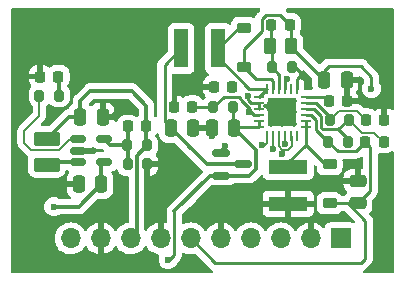
<source format=gbr>
%TF.GenerationSoftware,KiCad,Pcbnew,7.0.9-7.0.9~ubuntu22.04.1*%
%TF.CreationDate,2023-11-27T21:35:50+01:00*%
%TF.ProjectId,ohe_power_supply_1,6f68655f-706f-4776-9572-5f737570706c,rev?*%
%TF.SameCoordinates,Original*%
%TF.FileFunction,Copper,L1,Top*%
%TF.FilePolarity,Positive*%
%FSLAX46Y46*%
G04 Gerber Fmt 4.6, Leading zero omitted, Abs format (unit mm)*
G04 Created by KiCad (PCBNEW 7.0.9-7.0.9~ubuntu22.04.1) date 2023-11-27 21:35:50*
%MOMM*%
%LPD*%
G01*
G04 APERTURE LIST*
G04 Aperture macros list*
%AMRoundRect*
0 Rectangle with rounded corners*
0 $1 Rounding radius*
0 $2 $3 $4 $5 $6 $7 $8 $9 X,Y pos of 4 corners*
0 Add a 4 corners polygon primitive as box body*
4,1,4,$2,$3,$4,$5,$6,$7,$8,$9,$2,$3,0*
0 Add four circle primitives for the rounded corners*
1,1,$1+$1,$2,$3*
1,1,$1+$1,$4,$5*
1,1,$1+$1,$6,$7*
1,1,$1+$1,$8,$9*
0 Add four rect primitives between the rounded corners*
20,1,$1+$1,$2,$3,$4,$5,0*
20,1,$1+$1,$4,$5,$6,$7,0*
20,1,$1+$1,$6,$7,$8,$9,0*
20,1,$1+$1,$8,$9,$2,$3,0*%
G04 Aperture macros list end*
%TA.AperFunction,SMDPad,CuDef*%
%ADD10RoundRect,0.150000X-0.512500X-0.150000X0.512500X-0.150000X0.512500X0.150000X-0.512500X0.150000X0*%
%TD*%
%TA.AperFunction,SMDPad,CuDef*%
%ADD11RoundRect,0.062500X-0.325000X-0.062500X0.325000X-0.062500X0.325000X0.062500X-0.325000X0.062500X0*%
%TD*%
%TA.AperFunction,SMDPad,CuDef*%
%ADD12RoundRect,0.062500X-0.062500X-0.325000X0.062500X-0.325000X0.062500X0.325000X-0.062500X0.325000X0*%
%TD*%
%TA.AperFunction,ComponentPad*%
%ADD13C,0.500000*%
%TD*%
%TA.AperFunction,SMDPad,CuDef*%
%ADD14R,2.450000X2.450000*%
%TD*%
%TA.AperFunction,SMDPad,CuDef*%
%ADD15RoundRect,0.200000X0.200000X0.275000X-0.200000X0.275000X-0.200000X-0.275000X0.200000X-0.275000X0*%
%TD*%
%TA.AperFunction,SMDPad,CuDef*%
%ADD16RoundRect,0.200000X-0.200000X-0.275000X0.200000X-0.275000X0.200000X0.275000X-0.200000X0.275000X0*%
%TD*%
%TA.AperFunction,SMDPad,CuDef*%
%ADD17RoundRect,0.250000X-0.262500X-0.450000X0.262500X-0.450000X0.262500X0.450000X-0.262500X0.450000X0*%
%TD*%
%TA.AperFunction,SMDPad,CuDef*%
%ADD18RoundRect,0.150000X-0.587500X-0.150000X0.587500X-0.150000X0.587500X0.150000X-0.587500X0.150000X0*%
%TD*%
%TA.AperFunction,SMDPad,CuDef*%
%ADD19RoundRect,0.250000X0.850000X-0.375000X0.850000X0.375000X-0.850000X0.375000X-0.850000X-0.375000X0*%
%TD*%
%TA.AperFunction,SMDPad,CuDef*%
%ADD20R,3.300000X1.200000*%
%TD*%
%TA.AperFunction,SMDPad,CuDef*%
%ADD21R,1.200000X3.300000*%
%TD*%
%TA.AperFunction,ComponentPad*%
%ADD22R,1.700000X1.700000*%
%TD*%
%TA.AperFunction,ComponentPad*%
%ADD23O,1.700000X1.700000*%
%TD*%
%TA.AperFunction,SMDPad,CuDef*%
%ADD24RoundRect,0.218750X-0.218750X-0.256250X0.218750X-0.256250X0.218750X0.256250X-0.218750X0.256250X0*%
%TD*%
%TA.AperFunction,SMDPad,CuDef*%
%ADD25RoundRect,0.225000X-0.375000X0.225000X-0.375000X-0.225000X0.375000X-0.225000X0.375000X0.225000X0*%
%TD*%
%TA.AperFunction,SMDPad,CuDef*%
%ADD26RoundRect,0.225000X0.375000X-0.225000X0.375000X0.225000X-0.375000X0.225000X-0.375000X-0.225000X0*%
%TD*%
%TA.AperFunction,SMDPad,CuDef*%
%ADD27RoundRect,0.225000X0.225000X0.250000X-0.225000X0.250000X-0.225000X-0.250000X0.225000X-0.250000X0*%
%TD*%
%TA.AperFunction,SMDPad,CuDef*%
%ADD28RoundRect,0.250000X0.250000X0.475000X-0.250000X0.475000X-0.250000X-0.475000X0.250000X-0.475000X0*%
%TD*%
%TA.AperFunction,SMDPad,CuDef*%
%ADD29RoundRect,0.225000X-0.225000X-0.250000X0.225000X-0.250000X0.225000X0.250000X-0.225000X0.250000X0*%
%TD*%
%TA.AperFunction,SMDPad,CuDef*%
%ADD30RoundRect,0.250000X-0.250000X-0.475000X0.250000X-0.475000X0.250000X0.475000X-0.250000X0.475000X0*%
%TD*%
%TA.AperFunction,SMDPad,CuDef*%
%ADD31RoundRect,0.250000X0.475000X-0.250000X0.475000X0.250000X-0.475000X0.250000X-0.475000X-0.250000X0*%
%TD*%
%TA.AperFunction,ViaPad*%
%ADD32C,0.600000*%
%TD*%
%TA.AperFunction,Conductor*%
%ADD33C,0.127000*%
%TD*%
%TA.AperFunction,Conductor*%
%ADD34C,0.300000*%
%TD*%
%TA.AperFunction,Conductor*%
%ADD35C,0.254000*%
%TD*%
%TA.AperFunction,Conductor*%
%ADD36C,0.200000*%
%TD*%
G04 APERTURE END LIST*
D10*
%TO.P,U2,1,EN*%
%TO.N,EN*%
X173925000Y-114400000D03*
%TO.P,U2,2,GND*%
%TO.N,GND*%
X173925000Y-115350000D03*
%TO.P,U2,3,SW*%
%TO.N,Net-(U2-SW)*%
X173925000Y-116300000D03*
%TO.P,U2,4,VIN*%
%TO.N,Vin*%
X176200000Y-116300000D03*
%TO.P,U2,5,FB*%
%TO.N,Net-(U2-FB)*%
X176200000Y-114400000D03*
%TD*%
D11*
%TO.P,U1,1,INP*%
%TO.N,Net-(D1-A)*%
X189262500Y-110837500D03*
%TO.P,U1,2,PGND*%
%TO.N,GND*%
X189262500Y-111337500D03*
%TO.P,U1,3,PGND*%
X189262500Y-111837500D03*
%TO.P,U1,4,VIN*%
%TO.N,Net-(U1-PSN)*%
X189262500Y-112337500D03*
%TO.P,U1,5,INN*%
%TO.N,Vin*%
X189262500Y-112837500D03*
%TO.P,U1,6,INN*%
X189262500Y-113337500D03*
D12*
%TO.P,U1,7,BSW*%
%TO.N,Net-(Q1-G)*%
X190000000Y-114075000D03*
%TO.P,U1,8,ENP*%
%TO.N,EN*%
X190500000Y-114075000D03*
%TO.P,U1,9,PSP*%
%TO.N,Net-(U1-PSN)*%
X191000000Y-114075000D03*
%TO.P,U1,10,ENN*%
%TO.N,EN*%
X191500000Y-114075000D03*
%TO.P,U1,11,PSN*%
%TO.N,Net-(U1-PSN)*%
X192000000Y-114075000D03*
%TO.P,U1,12,NC*%
%TO.N,unconnected-(U1-NC-Pad12)*%
X192500000Y-114075000D03*
D11*
%TO.P,U1,13,OUTN*%
%TO.N,Net-(D2-K)*%
X193237500Y-113337500D03*
%TO.P,U1,14,OUTN*%
X193237500Y-112837500D03*
%TO.P,U1,15,VNEG*%
%TO.N,-12V*%
X193237500Y-112337500D03*
%TO.P,U1,16,FBN*%
%TO.N,Net-(U1-FBN)*%
X193237500Y-111837500D03*
%TO.P,U1,17,VREF*%
%TO.N,Net-(U1-VREF)*%
X193237500Y-111337500D03*
%TO.P,U1,18,CN*%
%TO.N,Net-(U1-CN)*%
X193237500Y-110837500D03*
D12*
%TO.P,U1,19,AGND*%
%TO.N,GND*%
X192500000Y-110100000D03*
%TO.P,U1,20,NC*%
%TO.N,unconnected-(U1-NC-Pad20)*%
X192000000Y-110100000D03*
%TO.P,U1,21,CP*%
%TO.N,Net-(U1-CP)*%
X191500000Y-110100000D03*
%TO.P,U1,22,FBP*%
%TO.N,Net-(U1-FBP)*%
X191000000Y-110100000D03*
%TO.P,U1,23,VPOS*%
%TO.N,+12V*%
X190500000Y-110100000D03*
%TO.P,U1,24,INP*%
%TO.N,Net-(D1-A)*%
X190000000Y-110100000D03*
D13*
%TO.P,U1,25,EP*%
%TO.N,GND*%
X190275000Y-113062500D03*
X190275000Y-112087500D03*
X190275000Y-111112500D03*
X192225000Y-111112500D03*
X191250000Y-112087500D03*
D14*
X191250000Y-112087500D03*
D13*
X192225000Y-112087500D03*
X191250000Y-111112500D03*
X192225000Y-113062500D03*
X191250000Y-113062500D03*
%TD*%
D15*
%TO.P,R8,1*%
%TO.N,Net-(D3-A)*%
X172350000Y-110700000D03*
%TO.P,R8,2*%
%TO.N,EN*%
X170700000Y-110700000D03*
%TD*%
%TO.P,R7,2*%
%TO.N,Net-(U2-FB)*%
X178175000Y-116500000D03*
%TO.P,R7,1*%
%TO.N,GND*%
X179825000Y-116500000D03*
%TD*%
D16*
%TO.P,R6,2*%
%TO.N,+3V3*%
X179800000Y-114900000D03*
%TO.P,R6,1*%
%TO.N,Net-(U2-FB)*%
X178150000Y-114900000D03*
%TD*%
%TO.P,R5,1*%
%TO.N,-12V*%
X195132500Y-114600000D03*
%TO.P,R5,2*%
%TO.N,Net-(U1-FBN)*%
X196782500Y-114600000D03*
%TD*%
D15*
%TO.P,R4,1*%
%TO.N,Net-(U1-FBN)*%
X196925000Y-112757500D03*
%TO.P,R4,2*%
%TO.N,Net-(U1-VREF)*%
X195275000Y-112757500D03*
%TD*%
%TO.P,R3,2*%
%TO.N,Net-(U1-FBP)*%
X190387500Y-108300000D03*
%TO.P,R3,1*%
%TO.N,GND*%
X192037500Y-108300000D03*
%TD*%
D17*
%TO.P,R2,1*%
%TO.N,Net-(U1-FBP)*%
X190200000Y-106500000D03*
%TO.P,R2,2*%
%TO.N,+12V*%
X192025000Y-106500000D03*
%TD*%
D15*
%TO.P,R1,1*%
%TO.N,Vin*%
X187082500Y-111657500D03*
%TO.P,R1,2*%
%TO.N,Net-(U1-PSN)*%
X185432500Y-111657500D03*
%TD*%
D18*
%TO.P,Q1,3,D*%
%TO.N,Net-(Q1-D)*%
X187962500Y-116527500D03*
%TO.P,Q1,2,S*%
%TO.N,Vin*%
X186087500Y-117477500D03*
%TO.P,Q1,1,G*%
%TO.N,Net-(Q1-G)*%
X186087500Y-115577500D03*
%TD*%
D19*
%TO.P,L3,1,1*%
%TO.N,Net-(U2-SW)*%
X171300000Y-116550000D03*
%TO.P,L3,2,2*%
%TO.N,+3V3*%
X171300000Y-114400000D03*
%TD*%
D20*
%TO.P,L2,1,1*%
%TO.N,GND*%
X191757500Y-119850000D03*
%TO.P,L2,2,2*%
%TO.N,Net-(D2-K)*%
X191757500Y-116750000D03*
%TD*%
D21*
%TO.P,L1,1,1*%
%TO.N,Net-(Q1-D)*%
X182700000Y-106700000D03*
%TO.P,L1,2,2*%
%TO.N,Net-(D1-A)*%
X185800000Y-106700000D03*
%TD*%
D22*
%TO.P,J1,1,Pin_1*%
%TO.N,Vin*%
X196190000Y-122790000D03*
D23*
%TO.P,J1,2,Pin_2*%
%TO.N,GND*%
X193650000Y-122790000D03*
%TO.P,J1,3,Pin_3*%
%TO.N,unconnected-(J1-Pin_3-Pad3)*%
X191110000Y-122790000D03*
%TO.P,J1,4,Pin_4*%
%TO.N,+12V*%
X188570000Y-122790000D03*
%TO.P,J1,5,Pin_5*%
%TO.N,GND*%
X186030000Y-122790000D03*
%TO.P,J1,6,Pin_6*%
%TO.N,-12V*%
X183490000Y-122790000D03*
%TO.P,J1,7,Pin_7*%
%TO.N,GND*%
X180950000Y-122790000D03*
%TO.P,J1,8,Pin_8*%
%TO.N,+3V3*%
X178410000Y-122790000D03*
%TO.P,J1,9,Pin_9*%
%TO.N,GND*%
X175870000Y-122790000D03*
%TO.P,J1,10,Pin_10*%
%TO.N,EN*%
X173330000Y-122790000D03*
%TD*%
D24*
%TO.P,D3,1,K*%
%TO.N,GND*%
X170730000Y-109080000D03*
%TO.P,D3,2,A*%
%TO.N,Net-(D3-A)*%
X172305000Y-109080000D03*
%TD*%
D25*
%TO.P,D2,1,K*%
%TO.N,Net-(D2-K)*%
X195257500Y-116507500D03*
%TO.P,D2,2,A*%
%TO.N,-12V*%
X195257500Y-119807500D03*
%TD*%
D26*
%TO.P,D1,1,K*%
%TO.N,+12V*%
X188000000Y-108250000D03*
%TO.P,D1,2,A*%
%TO.N,Net-(D1-A)*%
X188000000Y-104950000D03*
%TD*%
D27*
%TO.P,C13,2*%
%TO.N,Net-(U2-FB)*%
X178200000Y-113300000D03*
%TO.P,C13,1*%
%TO.N,+3V3*%
X179750000Y-113300000D03*
%TD*%
D28*
%TO.P,C12,1*%
%TO.N,Vin*%
X175950000Y-118200000D03*
%TO.P,C12,2*%
%TO.N,GND*%
X174050000Y-118200000D03*
%TD*%
D27*
%TO.P,C11,1*%
%TO.N,Net-(U1-FBN)*%
X199832500Y-114600000D03*
%TO.P,C11,2*%
%TO.N,-12V*%
X198282500Y-114600000D03*
%TD*%
D29*
%TO.P,C10,1*%
%TO.N,Net-(U1-VREF)*%
X198325000Y-112757500D03*
%TO.P,C10,2*%
%TO.N,GND*%
X199875000Y-112757500D03*
%TD*%
D30*
%TO.P,C9,1*%
%TO.N,+3V3*%
X174150000Y-112500000D03*
%TO.P,C9,2*%
%TO.N,GND*%
X176050000Y-112500000D03*
%TD*%
%TO.P,C8,1*%
%TO.N,+12V*%
X194807500Y-109357500D03*
%TO.P,C8,2*%
%TO.N,GND*%
X196707500Y-109357500D03*
%TD*%
D27*
%TO.P,C7,1*%
%TO.N,+12V*%
X191887500Y-104700000D03*
%TO.P,C7,2*%
%TO.N,Net-(U1-FBP)*%
X190337500Y-104700000D03*
%TD*%
D31*
%TO.P,C6,1*%
%TO.N,-12V*%
X197657500Y-119807500D03*
%TO.P,C6,2*%
%TO.N,GND*%
X197657500Y-117907500D03*
%TD*%
D29*
%TO.P,C5,1*%
%TO.N,Net-(U1-CN)*%
X195182500Y-111157500D03*
%TO.P,C5,2*%
%TO.N,GND*%
X196732500Y-111157500D03*
%TD*%
D27*
%TO.P,C4,1*%
%TO.N,Net-(U1-CP)*%
X187032500Y-109957500D03*
%TO.P,C4,2*%
%TO.N,GND*%
X185482500Y-109957500D03*
%TD*%
D28*
%TO.P,C3,1*%
%TO.N,Vin*%
X187207500Y-113457500D03*
%TO.P,C3,2*%
%TO.N,GND*%
X185307500Y-113457500D03*
%TD*%
D27*
%TO.P,C2,1*%
%TO.N,Net-(U1-PSN)*%
X183632500Y-111657500D03*
%TO.P,C2,2*%
%TO.N,GND*%
X182082500Y-111657500D03*
%TD*%
D30*
%TO.P,C1,1*%
%TO.N,Net-(Q1-D)*%
X181807500Y-113457500D03*
%TO.P,C1,2*%
%TO.N,GND*%
X183707500Y-113457500D03*
%TD*%
D32*
%TO.N,Net-(Q1-G)*%
X189543138Y-114877310D03*
X186400000Y-115000000D03*
%TO.N,GND*%
X200000000Y-123000000D03*
X200000000Y-122000000D03*
X200000000Y-121000000D03*
X200000000Y-120000000D03*
%TO.N,Vin*%
X181600000Y-124600000D03*
%TO.N,Net-(U1-PSN)*%
X191200000Y-115650498D03*
X188396586Y-112055297D03*
%TO.N,Vin*%
X171900000Y-120100000D03*
%TO.N,EN*%
X170700000Y-110700000D03*
%TO.N,GND*%
X174800000Y-115400000D03*
X177600000Y-111700000D03*
%TO.N,+12V*%
X198800000Y-110100000D03*
%TO.N,GND*%
X185300000Y-114100000D03*
%TO.N,EN*%
X190430271Y-115233994D03*
X191499835Y-114753868D03*
%TO.N,GND*%
X194500000Y-107500000D03*
%TO.N,Net-(U1-CP)*%
X191626500Y-109278148D03*
X186800000Y-110000000D03*
%TO.N,GND*%
X192900000Y-108900000D03*
X188333999Y-110750162D03*
%TD*%
D33*
%TO.N,Net-(Q1-G)*%
X189543138Y-114877310D02*
X189822690Y-114877310D01*
X189822690Y-114877310D02*
X190000000Y-114700000D01*
X190000000Y-114700000D02*
X190000000Y-114075000D01*
X186087500Y-115312500D02*
X186400000Y-115000000D01*
X186087500Y-115577500D02*
X186087500Y-115312500D01*
D34*
%TO.N,Vin*%
X186087500Y-117477500D02*
X188461262Y-117477500D01*
X188461262Y-117477500D02*
X189050000Y-116888762D01*
X189050000Y-116888762D02*
X189050000Y-115300000D01*
X189050000Y-115300000D02*
X187207500Y-113457500D01*
D35*
X182127000Y-124173000D02*
X181700000Y-124600000D01*
X181700000Y-124600000D02*
X181600000Y-124600000D01*
X182127000Y-120488000D02*
X182127000Y-124173000D01*
D34*
X186087500Y-117477500D02*
X185137500Y-117477500D01*
X185137500Y-117477500D02*
X182127000Y-120488000D01*
%TO.N,Net-(Q1-D)*%
X187962500Y-116527500D02*
X184877500Y-116527500D01*
X184877500Y-116527500D02*
X181807500Y-113457500D01*
D35*
%TO.N,GND*%
X188333999Y-110750162D02*
X188333999Y-111033999D01*
X188333999Y-111033999D02*
X188637500Y-111337500D01*
X188637500Y-111337500D02*
X189262500Y-111337500D01*
%TO.N,Net-(U1-PSN)*%
X189262500Y-112337500D02*
X188822432Y-112337500D01*
X188500000Y-111850466D02*
X187748501Y-111098967D01*
X188822432Y-112337500D02*
X188500000Y-112015068D01*
X187748501Y-110973085D02*
X187575416Y-110800000D01*
X188500000Y-112015068D02*
X188500000Y-111850466D01*
X187748501Y-111098967D02*
X187748501Y-110973085D01*
X187575416Y-110800000D02*
X186290000Y-110800000D01*
X186290000Y-110800000D02*
X185432500Y-111657500D01*
%TO.N,Net-(U1-CP)*%
X191626500Y-109278148D02*
X191500000Y-109404648D01*
X191500000Y-109404648D02*
X191500000Y-110100000D01*
D34*
%TO.N,Net-(D3-A)*%
X172350000Y-110700000D02*
X172350000Y-109125000D01*
X172350000Y-109125000D02*
X172305000Y-109080000D01*
D36*
%TO.N,Net-(U1-FBN)*%
X199832500Y-114600000D02*
X199057500Y-113825000D01*
X199057500Y-113825000D02*
X197992500Y-113825000D01*
X197992500Y-113825000D02*
X196925000Y-112757500D01*
%TO.N,Net-(U1-VREF)*%
X198325000Y-112757500D02*
X197550000Y-111982500D01*
X197550000Y-111982500D02*
X196050000Y-111982500D01*
X196050000Y-111982500D02*
X195275000Y-112757500D01*
D33*
%TO.N,Net-(U1-PSN)*%
X191400000Y-115317368D02*
X191400000Y-115450498D01*
X191400000Y-115450498D02*
X191200000Y-115650498D01*
X191733245Y-115317368D02*
X191400000Y-115317368D01*
X191400000Y-115317368D02*
X191266425Y-115317368D01*
D34*
%TO.N,Vin*%
X175950000Y-118200000D02*
X174050000Y-120100000D01*
X174050000Y-120100000D02*
X171900000Y-120100000D01*
%TO.N,GND*%
X174750000Y-115350000D02*
X174800000Y-115400000D01*
X173925000Y-115350000D02*
X174750000Y-115350000D01*
%TO.N,Net-(U2-SW)*%
X173925000Y-116300000D02*
X171550000Y-116300000D01*
X171550000Y-116300000D02*
X171300000Y-116550000D01*
%TO.N,+3V3*%
X179800000Y-114900000D02*
X178925000Y-115775000D01*
X178925000Y-115775000D02*
X178925000Y-122275000D01*
X178925000Y-122275000D02*
X178410000Y-122790000D01*
X179750000Y-113300000D02*
X179750000Y-114850000D01*
X179750000Y-114850000D02*
X179800000Y-114900000D01*
%TO.N,Net-(U2-FB)*%
X178200000Y-113300000D02*
X178200000Y-116475000D01*
X178200000Y-116475000D02*
X178175000Y-116500000D01*
X178150000Y-114900000D02*
X176700000Y-114900000D01*
X176700000Y-114900000D02*
X176200000Y-114400000D01*
%TO.N,Vin*%
X175950000Y-118200000D02*
X175950000Y-116550000D01*
X175950000Y-116550000D02*
X176200000Y-116300000D01*
%TO.N,GND*%
X176800000Y-112500000D02*
X177600000Y-111700000D01*
X176050000Y-112500000D02*
X176800000Y-112500000D01*
%TO.N,+3V3*%
X179750000Y-113300000D02*
X179750000Y-111550000D01*
X179750000Y-111550000D02*
X178500000Y-110300000D01*
X178500000Y-110300000D02*
X175000000Y-110300000D01*
X175000000Y-110300000D02*
X174150000Y-111150000D01*
X174150000Y-111150000D02*
X174150000Y-112500000D01*
X171300000Y-114400000D02*
X173200000Y-112500000D01*
X173200000Y-112500000D02*
X174150000Y-112500000D01*
D33*
%TO.N,EN*%
X173925000Y-114400000D02*
X173258126Y-114400000D01*
X173258126Y-114400000D02*
X172369626Y-115288500D01*
X172369626Y-115288500D02*
X169988500Y-115288500D01*
X169988500Y-115288500D02*
X169400000Y-114700000D01*
X169400000Y-114700000D02*
X169400000Y-113700000D01*
X169400000Y-113700000D02*
X170700000Y-112400000D01*
X170700000Y-112400000D02*
X170700000Y-110700000D01*
D35*
%TO.N,+12V*%
X194807500Y-109357500D02*
X194807500Y-108592500D01*
X194807500Y-108592500D02*
X195200000Y-108200000D01*
X195200000Y-108200000D02*
X197900000Y-108200000D01*
X197900000Y-108200000D02*
X198800000Y-109100000D01*
X198800000Y-109100000D02*
X198800000Y-110100000D01*
%TO.N,-12V*%
X195257500Y-119807500D02*
X196807500Y-119807500D01*
X196807500Y-119807500D02*
X198300000Y-121300000D01*
X198300000Y-121300000D02*
X198300000Y-124500000D01*
X198300000Y-124500000D02*
X197900000Y-124900000D01*
X197900000Y-124900000D02*
X185600000Y-124900000D01*
X185600000Y-124900000D02*
X183490000Y-122790000D01*
%TO.N,GND*%
X185307500Y-114092500D02*
X185300000Y-114100000D01*
X185307500Y-113457500D02*
X185307500Y-114092500D01*
%TO.N,Net-(Q1-D)*%
X183450000Y-115100000D02*
X181807500Y-113457500D01*
%TO.N,Net-(U1-PSN)*%
X183632500Y-111657500D02*
X185432500Y-111657500D01*
%TO.N,-12V*%
X197657500Y-119807500D02*
X198709500Y-118755500D01*
X198709500Y-118755500D02*
X198709500Y-115027000D01*
X198709500Y-115027000D02*
X198282500Y-114600000D01*
X195257500Y-119807500D02*
X197657500Y-119807500D01*
X195132500Y-114600000D02*
X195934500Y-115402000D01*
X195934500Y-115402000D02*
X197480500Y-115402000D01*
X197480500Y-115402000D02*
X198282500Y-114600000D01*
D33*
%TO.N,EN*%
X190500000Y-115164265D02*
X190430271Y-115233994D01*
X190500000Y-114075000D02*
X190500000Y-115164265D01*
%TO.N,Net-(U1-PSN)*%
X192000000Y-114075000D02*
X192063335Y-114138335D01*
X192063335Y-114138335D02*
X192063335Y-114987278D01*
X192063335Y-114987278D02*
X191733245Y-115317368D01*
X191266425Y-115317368D02*
X190936335Y-114987278D01*
X190936335Y-114987278D02*
X190936335Y-114138665D01*
X190936335Y-114138665D02*
X191000000Y-114075000D01*
%TO.N,EN*%
X191500000Y-114753703D02*
X191499835Y-114753868D01*
X191500000Y-114075000D02*
X191500000Y-114753703D01*
D35*
%TO.N,Net-(D2-K)*%
X195257500Y-116507500D02*
X194882500Y-116507500D01*
X194882500Y-116507500D02*
X193237500Y-114862500D01*
X191757500Y-116607500D02*
X191757500Y-116342500D01*
X191757500Y-116342500D02*
X193237500Y-114862500D01*
X193237500Y-114862500D02*
X193237500Y-113337500D01*
%TO.N,-12V*%
X193237500Y-112337500D02*
X193677568Y-112337500D01*
X193677568Y-112337500D02*
X194094000Y-112753932D01*
X194094000Y-112753932D02*
X194094000Y-113586884D01*
X194094000Y-113586884D02*
X195107116Y-114600000D01*
X195107116Y-114600000D02*
X195132500Y-114600000D01*
%TO.N,Net-(U1-FBN)*%
X193237500Y-111837500D02*
X193958568Y-111837500D01*
X193958568Y-111837500D02*
X194548000Y-112426932D01*
X194548000Y-112426932D02*
X194548000Y-113398832D01*
X194548000Y-113398832D02*
X194708668Y-113559500D01*
X194708668Y-113559500D02*
X195980500Y-113559500D01*
%TO.N,Net-(D2-K)*%
X193237500Y-112837500D02*
X193237500Y-113337500D01*
%TO.N,Net-(U1-FBN)*%
X196782500Y-114600000D02*
X196782500Y-114361500D01*
X196782500Y-114361500D02*
X195980500Y-113559500D01*
X195980500Y-113559500D02*
X196782500Y-112757500D01*
%TO.N,Net-(U1-VREF)*%
X193237500Y-111337500D02*
X194100620Y-111337500D01*
X194100620Y-111337500D02*
X195132500Y-112369380D01*
X195132500Y-112369380D02*
X195132500Y-112757500D01*
%TO.N,Net-(U1-CN)*%
X195182500Y-111157500D02*
X194862500Y-110837500D01*
X194862500Y-110837500D02*
X193237500Y-110837500D01*
%TO.N,GND*%
X192500000Y-110100000D02*
X192500000Y-109300000D01*
X192500000Y-109300000D02*
X192900000Y-108900000D01*
X192300000Y-108300000D02*
X192900000Y-108900000D01*
X192037500Y-108300000D02*
X192300000Y-108300000D01*
%TO.N,+12V*%
X194807500Y-109357500D02*
X192025000Y-106575000D01*
X192025000Y-106575000D02*
X192025000Y-106500000D01*
X192025000Y-106500000D02*
X192025000Y-104837500D01*
X192025000Y-104837500D02*
X191887500Y-104700000D01*
X188000000Y-108250000D02*
X188000000Y-106745380D01*
X188000000Y-106745380D02*
X189560500Y-105184880D01*
X189560500Y-105184880D02*
X189560500Y-104215120D01*
X189560500Y-104215120D02*
X189877620Y-103898000D01*
X189877620Y-103898000D02*
X191085500Y-103898000D01*
X191085500Y-103898000D02*
X191887500Y-104700000D01*
%TO.N,Net-(U1-FBP)*%
X190337500Y-104700000D02*
X190337500Y-106362500D01*
X190337500Y-106362500D02*
X190200000Y-106500000D01*
X190387500Y-108300000D02*
X190387500Y-106687500D01*
X190387500Y-106687500D02*
X190200000Y-106500000D01*
X191000000Y-110100000D02*
X191000000Y-108912500D01*
X191000000Y-108912500D02*
X190387500Y-108300000D01*
%TO.N,Net-(D1-A)*%
X185800000Y-106700000D02*
X185800000Y-107463120D01*
X185800000Y-107463120D02*
X188436880Y-110100000D01*
X188436880Y-110100000D02*
X190000000Y-110100000D01*
X189262500Y-110837500D02*
X190000000Y-110100000D01*
%TO.N,GND*%
X189262500Y-111837500D02*
X189262500Y-111337500D01*
%TO.N,Vin*%
X189262500Y-113337500D02*
X187327500Y-113337500D01*
X187327500Y-113337500D02*
X187207500Y-113457500D01*
X189262500Y-112837500D02*
X189262500Y-113337500D01*
X187082500Y-111657500D02*
X187082500Y-113332500D01*
X187082500Y-113332500D02*
X187207500Y-113457500D01*
%TO.N,Net-(Q1-D)*%
X181807500Y-113457500D02*
X181305500Y-112955500D01*
X181305500Y-112955500D02*
X181305500Y-108094500D01*
X181305500Y-108094500D02*
X182700000Y-106700000D01*
%TO.N,Net-(D1-A)*%
X188000000Y-104950000D02*
X187550000Y-104950000D01*
X187550000Y-104950000D02*
X185800000Y-106700000D01*
%TO.N,+12V*%
X190500000Y-110100000D02*
X190500000Y-109500000D01*
X190500000Y-109500000D02*
X190300000Y-109300000D01*
X190300000Y-109300000D02*
X189050000Y-109300000D01*
X189050000Y-109300000D02*
X188000000Y-108250000D01*
%TD*%
%TA.AperFunction,Conductor*%
%TO.N,GND*%
G36*
X189355377Y-103320185D02*
G01*
X189401132Y-103372989D01*
X189411076Y-103442147D01*
X189382051Y-103505703D01*
X189376019Y-103512181D01*
X189175453Y-103712746D01*
X189163169Y-103722589D01*
X189163349Y-103722807D01*
X189157338Y-103727779D01*
X189109822Y-103778378D01*
X189088875Y-103799325D01*
X189084606Y-103804829D01*
X189080815Y-103809267D01*
X189048808Y-103843350D01*
X189048805Y-103843354D01*
X189039106Y-103860997D01*
X189028428Y-103877253D01*
X189016094Y-103893154D01*
X189016089Y-103893162D01*
X188997525Y-103936063D01*
X188994954Y-103941311D01*
X188972427Y-103982287D01*
X188967420Y-104001788D01*
X188961121Y-104020184D01*
X188954152Y-104036289D01*
X188953122Y-104038671D01*
X188951649Y-104043742D01*
X188914037Y-104102624D01*
X188850562Y-104131825D01*
X188781376Y-104122072D01*
X188767479Y-104114674D01*
X188683705Y-104063001D01*
X188683699Y-104062998D01*
X188683697Y-104062997D01*
X188625589Y-104043742D01*
X188522709Y-104009651D01*
X188423346Y-103999500D01*
X187576662Y-103999500D01*
X187576644Y-103999501D01*
X187477292Y-104009650D01*
X187477289Y-104009651D01*
X187316305Y-104062996D01*
X187316294Y-104063001D01*
X187171959Y-104152029D01*
X187171955Y-104152032D01*
X187052032Y-104271955D01*
X187052029Y-104271959D01*
X186963001Y-104416294D01*
X186962996Y-104416305D01*
X186909649Y-104577294D01*
X186908234Y-104583909D01*
X186905596Y-104583344D01*
X186883756Y-104636809D01*
X186826559Y-104676937D01*
X186756747Y-104679773D01*
X186712514Y-104658743D01*
X186683214Y-104636809D01*
X186642331Y-104606204D01*
X186642329Y-104606203D01*
X186642328Y-104606202D01*
X186507482Y-104555908D01*
X186507483Y-104555908D01*
X186447883Y-104549501D01*
X186447881Y-104549500D01*
X186447873Y-104549500D01*
X186447864Y-104549500D01*
X185152129Y-104549500D01*
X185152123Y-104549501D01*
X185092516Y-104555908D01*
X184957671Y-104606202D01*
X184957664Y-104606206D01*
X184842455Y-104692452D01*
X184842452Y-104692455D01*
X184756206Y-104807664D01*
X184756202Y-104807671D01*
X184705908Y-104942517D01*
X184699906Y-104998352D01*
X184699501Y-105002123D01*
X184699500Y-105002135D01*
X184699500Y-108397870D01*
X184699501Y-108397876D01*
X184705908Y-108457483D01*
X184756202Y-108592328D01*
X184756206Y-108592335D01*
X184842452Y-108707544D01*
X184842455Y-108707547D01*
X184957664Y-108793793D01*
X184957669Y-108793796D01*
X184981571Y-108802710D01*
X185037504Y-108844580D01*
X185061923Y-108910044D01*
X185047073Y-108978317D01*
X184997668Y-109027724D01*
X184977246Y-109036598D01*
X184949020Y-109045951D01*
X184949007Y-109045957D01*
X184804771Y-109134924D01*
X184804767Y-109134927D01*
X184684927Y-109254767D01*
X184684924Y-109254771D01*
X184595957Y-109399007D01*
X184595952Y-109399018D01*
X184542644Y-109559893D01*
X184532500Y-109659177D01*
X184532500Y-109707500D01*
X185608500Y-109707500D01*
X185675539Y-109727185D01*
X185721294Y-109779989D01*
X185732500Y-109831500D01*
X185732500Y-110083500D01*
X185712815Y-110150539D01*
X185660011Y-110196294D01*
X185608500Y-110207500D01*
X184532501Y-110207500D01*
X184532501Y-110255822D01*
X184542644Y-110355107D01*
X184595952Y-110515981D01*
X184595957Y-110515992D01*
X184684924Y-110660228D01*
X184684927Y-110660232D01*
X184736837Y-110712142D01*
X184770322Y-110773465D01*
X184765338Y-110843157D01*
X184736838Y-110887504D01*
X184677028Y-110947314D01*
X184663223Y-110970151D01*
X184611695Y-111017338D01*
X184557107Y-111030000D01*
X184546271Y-111030000D01*
X184479232Y-111010315D01*
X184440733Y-110971098D01*
X184430468Y-110954456D01*
X184310544Y-110834532D01*
X184310540Y-110834529D01*
X184166205Y-110745501D01*
X184166199Y-110745498D01*
X184166197Y-110745497D01*
X184143871Y-110738099D01*
X184005209Y-110692151D01*
X183905846Y-110682000D01*
X183359162Y-110682000D01*
X183359144Y-110682001D01*
X183259792Y-110692150D01*
X183259789Y-110692151D01*
X183098805Y-110745496D01*
X183098794Y-110745501D01*
X182954459Y-110834529D01*
X182954453Y-110834533D01*
X182944824Y-110844163D01*
X182883500Y-110877646D01*
X182813808Y-110872659D01*
X182769465Y-110844160D01*
X182760232Y-110834927D01*
X182760228Y-110834924D01*
X182615992Y-110745957D01*
X182615981Y-110745952D01*
X182455106Y-110692644D01*
X182355822Y-110682500D01*
X182332500Y-110682500D01*
X182332500Y-111783500D01*
X182312815Y-111850539D01*
X182260011Y-111896294D01*
X182208500Y-111907500D01*
X182057000Y-111907500D01*
X181989961Y-111887815D01*
X181944206Y-111835011D01*
X181933000Y-111783500D01*
X181933000Y-108974499D01*
X181952685Y-108907460D01*
X182005489Y-108861705D01*
X182056995Y-108850499D01*
X183347872Y-108850499D01*
X183407483Y-108844091D01*
X183542331Y-108793796D01*
X183657546Y-108707546D01*
X183743796Y-108592331D01*
X183794091Y-108457483D01*
X183800500Y-108397873D01*
X183800499Y-105002128D01*
X183794091Y-104942517D01*
X183743796Y-104807669D01*
X183743795Y-104807668D01*
X183743793Y-104807664D01*
X183657547Y-104692455D01*
X183657544Y-104692452D01*
X183542335Y-104606206D01*
X183542328Y-104606202D01*
X183407482Y-104555908D01*
X183407483Y-104555908D01*
X183347883Y-104549501D01*
X183347881Y-104549500D01*
X183347873Y-104549500D01*
X183347864Y-104549500D01*
X182052129Y-104549500D01*
X182052123Y-104549501D01*
X181992516Y-104555908D01*
X181857671Y-104606202D01*
X181857664Y-104606206D01*
X181742455Y-104692452D01*
X181742452Y-104692455D01*
X181656206Y-104807664D01*
X181656202Y-104807671D01*
X181605908Y-104942517D01*
X181599906Y-104998352D01*
X181599501Y-105002123D01*
X181599500Y-105002135D01*
X181599500Y-106861718D01*
X181579815Y-106928757D01*
X181563181Y-106949399D01*
X180920453Y-107592126D01*
X180908169Y-107601969D01*
X180908349Y-107602187D01*
X180902338Y-107607159D01*
X180854822Y-107657758D01*
X180833875Y-107678705D01*
X180829606Y-107684209D01*
X180825815Y-107688647D01*
X180793808Y-107722730D01*
X180793805Y-107722734D01*
X180784106Y-107740377D01*
X180773428Y-107756633D01*
X180761094Y-107772534D01*
X180761089Y-107772542D01*
X180742525Y-107815443D01*
X180739954Y-107820691D01*
X180717427Y-107861667D01*
X180712420Y-107881168D01*
X180706121Y-107899564D01*
X180699393Y-107915112D01*
X180698125Y-107918044D01*
X180698124Y-107918046D01*
X180690812Y-107964216D01*
X180689627Y-107969938D01*
X180678000Y-108015223D01*
X180678000Y-108035358D01*
X180676473Y-108054755D01*
X180673325Y-108074633D01*
X180676196Y-108104999D01*
X180677725Y-108121177D01*
X180678000Y-108127015D01*
X180678000Y-112427625D01*
X180658315Y-112494664D01*
X180605511Y-112540419D01*
X180536353Y-112550363D01*
X180472797Y-112521338D01*
X180466319Y-112515306D01*
X180436819Y-112485806D01*
X180403334Y-112424483D01*
X180400500Y-112398125D01*
X180400500Y-111635502D01*
X180402268Y-111619489D01*
X180402026Y-111619467D01*
X180402758Y-111611711D01*
X180402760Y-111611704D01*
X180400500Y-111539796D01*
X180400500Y-111509075D01*
X180399579Y-111501788D01*
X180399122Y-111495979D01*
X180397597Y-111447431D01*
X180391676Y-111427053D01*
X180387731Y-111408004D01*
X180385071Y-111386942D01*
X180367185Y-111341769D01*
X180365296Y-111336249D01*
X180357528Y-111309511D01*
X180351744Y-111289602D01*
X180349314Y-111285494D01*
X180340940Y-111271334D01*
X180332378Y-111253856D01*
X180324568Y-111234129D01*
X180324565Y-111234125D01*
X180296014Y-111194827D01*
X180292811Y-111189951D01*
X180268081Y-111148135D01*
X180268079Y-111148133D01*
X180268078Y-111148131D01*
X180253075Y-111133129D01*
X180240435Y-111118330D01*
X180227961Y-111101160D01*
X180190528Y-111070194D01*
X180186206Y-111066260D01*
X179020434Y-109900488D01*
X179010361Y-109887914D01*
X179010174Y-109888070D01*
X179005201Y-109882059D01*
X178952756Y-109832810D01*
X178931035Y-109811089D01*
X178925240Y-109806594D01*
X178920798Y-109802799D01*
X178885396Y-109769554D01*
X178885388Y-109769548D01*
X178866792Y-109759325D01*
X178850531Y-109748644D01*
X178833763Y-109735637D01*
X178808026Y-109724500D01*
X178789178Y-109716343D01*
X178783956Y-109713786D01*
X178741368Y-109690373D01*
X178741365Y-109690372D01*
X178720801Y-109685092D01*
X178702396Y-109678790D01*
X178682927Y-109670365D01*
X178682921Y-109670363D01*
X178634951Y-109662766D01*
X178629236Y-109661582D01*
X178612772Y-109657355D01*
X178582180Y-109649500D01*
X178582177Y-109649500D01*
X178560955Y-109649500D01*
X178541555Y-109647973D01*
X178520596Y-109644653D01*
X178520595Y-109644653D01*
X178496786Y-109646903D01*
X178472230Y-109649225D01*
X178466392Y-109649500D01*
X175085506Y-109649500D01*
X175069495Y-109647732D01*
X175069473Y-109647974D01*
X175061706Y-109647239D01*
X174989783Y-109649500D01*
X174959075Y-109649500D01*
X174959071Y-109649500D01*
X174959060Y-109649501D01*
X174951804Y-109650417D01*
X174945986Y-109650875D01*
X174897433Y-109652401D01*
X174882873Y-109656630D01*
X174877040Y-109658325D01*
X174857996Y-109662269D01*
X174836942Y-109664929D01*
X174836940Y-109664929D01*
X174791781Y-109682808D01*
X174786255Y-109684700D01*
X174739601Y-109698254D01*
X174721325Y-109709063D01*
X174703860Y-109717619D01*
X174684124Y-109725433D01*
X174644824Y-109753986D01*
X174639942Y-109757193D01*
X174598136Y-109781917D01*
X174583124Y-109796929D01*
X174568336Y-109809558D01*
X174551167Y-109822032D01*
X174551165Y-109822034D01*
X174520194Y-109859470D01*
X174516262Y-109863791D01*
X173750483Y-110629569D01*
X173737910Y-110639643D01*
X173738065Y-110639830D01*
X173732059Y-110644798D01*
X173717570Y-110660228D01*
X173682809Y-110697244D01*
X173671949Y-110708104D01*
X173661088Y-110718965D01*
X173661078Y-110718977D01*
X173656587Y-110724765D01*
X173652801Y-110729197D01*
X173619552Y-110764606D01*
X173609322Y-110783213D01*
X173598646Y-110799464D01*
X173585640Y-110816232D01*
X173585636Y-110816238D01*
X173566348Y-110860811D01*
X173563777Y-110866058D01*
X173540372Y-110908630D01*
X173540372Y-110908631D01*
X173535091Y-110929199D01*
X173528791Y-110947601D01*
X173520364Y-110967073D01*
X173512766Y-111015047D01*
X173511581Y-111020770D01*
X173499500Y-111067818D01*
X173499500Y-111089044D01*
X173497973Y-111108444D01*
X173494653Y-111129403D01*
X173499225Y-111177767D01*
X173499500Y-111183606D01*
X173499500Y-111321042D01*
X173479815Y-111388081D01*
X173440598Y-111426580D01*
X173431344Y-111432287D01*
X173307289Y-111556342D01*
X173215187Y-111705663D01*
X173215182Y-111705674D01*
X173194136Y-111769187D01*
X173154363Y-111826632D01*
X173104504Y-111848800D01*
X173104919Y-111850227D01*
X173077041Y-111858325D01*
X173057996Y-111862269D01*
X173036942Y-111864929D01*
X172991774Y-111882811D01*
X172986248Y-111884703D01*
X172939602Y-111898255D01*
X172939595Y-111898258D01*
X172921329Y-111909061D01*
X172903861Y-111917619D01*
X172884128Y-111925432D01*
X172844830Y-111953983D01*
X172839953Y-111957186D01*
X172826281Y-111965272D01*
X172798132Y-111981920D01*
X172783126Y-111996926D01*
X172768336Y-112009558D01*
X172751167Y-112022032D01*
X172751165Y-112022034D01*
X172720194Y-112059470D01*
X172716262Y-112063791D01*
X171541872Y-113238181D01*
X171480549Y-113271666D01*
X171454191Y-113274500D01*
X170922478Y-113274500D01*
X170855439Y-113254815D01*
X170809684Y-113202011D01*
X170799740Y-113132853D01*
X170828765Y-113069297D01*
X170834797Y-113062819D01*
X170947077Y-112950539D01*
X171069795Y-112827820D01*
X171075888Y-112822476D01*
X171102250Y-112802250D01*
X171136029Y-112758228D01*
X171192654Y-112684433D01*
X171249483Y-112547234D01*
X171268868Y-112400000D01*
X171264530Y-112367056D01*
X171264000Y-112358956D01*
X171264000Y-111643440D01*
X171283685Y-111576401D01*
X171323849Y-111537324D01*
X171335185Y-111530472D01*
X171386188Y-111479469D01*
X171437319Y-111428339D01*
X171498642Y-111394854D01*
X171568334Y-111399838D01*
X171612681Y-111428339D01*
X171714811Y-111530469D01*
X171714813Y-111530470D01*
X171714815Y-111530472D01*
X171860394Y-111618478D01*
X172022804Y-111669086D01*
X172093384Y-111675500D01*
X172093387Y-111675500D01*
X172606613Y-111675500D01*
X172606616Y-111675500D01*
X172677196Y-111669086D01*
X172839606Y-111618478D01*
X172985185Y-111530472D01*
X173105472Y-111410185D01*
X173193478Y-111264606D01*
X173244086Y-111102196D01*
X173250500Y-111031616D01*
X173250500Y-110368384D01*
X173244086Y-110297804D01*
X173193478Y-110135394D01*
X173105472Y-109989815D01*
X173084094Y-109968437D01*
X173050610Y-109907117D01*
X173055593Y-109837426D01*
X173084094Y-109793077D01*
X173091781Y-109785391D01*
X173180049Y-109642287D01*
X173232936Y-109482685D01*
X173243000Y-109384174D01*
X173243000Y-108775826D01*
X173232936Y-108677315D01*
X173180049Y-108517713D01*
X173180045Y-108517707D01*
X173180044Y-108517704D01*
X173091783Y-108374612D01*
X173091780Y-108374608D01*
X172972891Y-108255719D01*
X172972887Y-108255716D01*
X172829795Y-108167455D01*
X172829789Y-108167452D01*
X172829787Y-108167451D01*
X172670185Y-108114564D01*
X172670183Y-108114563D01*
X172571681Y-108104500D01*
X172571674Y-108104500D01*
X172038326Y-108104500D01*
X172038318Y-108104500D01*
X171939816Y-108114563D01*
X171939815Y-108114564D01*
X171860719Y-108140773D01*
X171780215Y-108167450D01*
X171780204Y-108167455D01*
X171637112Y-108255716D01*
X171637107Y-108255719D01*
X171604827Y-108288000D01*
X171543503Y-108321485D01*
X171473812Y-108316499D01*
X171429467Y-108288000D01*
X171397580Y-108256114D01*
X171254577Y-108167908D01*
X171254572Y-108167906D01*
X171095083Y-108115057D01*
X170996650Y-108105000D01*
X170980000Y-108105000D01*
X170980000Y-109206000D01*
X170960315Y-109273039D01*
X170907511Y-109318794D01*
X170856000Y-109330000D01*
X169792501Y-109330000D01*
X169792501Y-109384152D01*
X169802556Y-109482583D01*
X169855406Y-109642072D01*
X169855408Y-109642077D01*
X169943614Y-109785080D01*
X169958757Y-109800223D01*
X169992242Y-109861546D01*
X169987258Y-109931238D01*
X169958759Y-109975583D01*
X169944528Y-109989814D01*
X169856522Y-110135393D01*
X169805913Y-110297807D01*
X169803772Y-110321371D01*
X169799500Y-110368384D01*
X169799500Y-111031616D01*
X169801423Y-111052778D01*
X169805913Y-111102192D01*
X169805913Y-111102194D01*
X169805914Y-111102196D01*
X169856522Y-111264606D01*
X169939209Y-111401387D01*
X169944530Y-111410188D01*
X170064809Y-111530467D01*
X170064811Y-111530468D01*
X170064815Y-111530472D01*
X170076149Y-111537324D01*
X170123336Y-111588848D01*
X170136000Y-111643440D01*
X170136000Y-112115020D01*
X170116315Y-112182059D01*
X170099681Y-112202701D01*
X169030210Y-113272171D01*
X169024108Y-113277523D01*
X168997748Y-113297750D01*
X168963859Y-113341915D01*
X168963843Y-113341938D01*
X168907347Y-113415566D01*
X168850517Y-113552765D01*
X168850517Y-113552766D01*
X168831133Y-113700000D01*
X168835469Y-113732933D01*
X168836000Y-113741034D01*
X168836000Y-114658963D01*
X168835469Y-114667064D01*
X168834754Y-114672499D01*
X168831133Y-114700000D01*
X168841652Y-114779902D01*
X168850517Y-114847233D01*
X168850517Y-114847234D01*
X168907347Y-114984434D01*
X168971531Y-115068081D01*
X168997749Y-115102249D01*
X169024103Y-115122471D01*
X169030208Y-115127825D01*
X169560672Y-115658289D01*
X169566023Y-115664390D01*
X169586250Y-115690750D01*
X169601259Y-115702267D01*
X169613935Y-115711993D01*
X169613956Y-115712010D01*
X169702525Y-115779971D01*
X169743728Y-115836399D01*
X169747883Y-115906145D01*
X169744745Y-115917350D01*
X169710001Y-116022200D01*
X169710000Y-116022204D01*
X169699500Y-116124983D01*
X169699500Y-116975001D01*
X169699501Y-116975019D01*
X169710000Y-117077796D01*
X169710001Y-117077799D01*
X169765185Y-117244331D01*
X169765187Y-117244336D01*
X169783580Y-117274155D01*
X169857288Y-117393656D01*
X169981344Y-117517712D01*
X170130666Y-117609814D01*
X170297203Y-117664999D01*
X170399991Y-117675500D01*
X172200008Y-117675499D01*
X172302797Y-117664999D01*
X172469334Y-117609814D01*
X172618656Y-117517712D01*
X172742712Y-117393656D01*
X172834814Y-117244334D01*
X172889999Y-117077797D01*
X172889999Y-117077791D01*
X172891769Y-117072452D01*
X172931541Y-117015007D01*
X172996057Y-116988184D01*
X173064833Y-117000499D01*
X173072585Y-117004718D01*
X173152102Y-117051744D01*
X173152594Y-117051887D01*
X173152933Y-117052103D01*
X173159265Y-117054844D01*
X173158823Y-117055864D01*
X173211483Y-117089488D01*
X173240695Y-117152958D01*
X173230956Y-117222145D01*
X173211405Y-117250395D01*
X173212161Y-117250993D01*
X173207684Y-117256653D01*
X173115643Y-117405875D01*
X173115641Y-117405880D01*
X173060494Y-117572302D01*
X173060493Y-117572309D01*
X173050000Y-117675013D01*
X173050000Y-117950000D01*
X174176000Y-117950000D01*
X174243039Y-117969685D01*
X174288794Y-118022489D01*
X174300000Y-118074000D01*
X174300000Y-118326000D01*
X174280315Y-118393039D01*
X174227511Y-118438794D01*
X174176000Y-118450000D01*
X173050001Y-118450000D01*
X173050001Y-118724986D01*
X173060494Y-118827697D01*
X173115641Y-118994119D01*
X173115643Y-118994124D01*
X173207684Y-119143345D01*
X173302158Y-119237819D01*
X173335643Y-119299142D01*
X173330659Y-119368834D01*
X173288787Y-119424767D01*
X173223323Y-119449184D01*
X173214477Y-119449500D01*
X172405068Y-119449500D01*
X172339096Y-119430494D01*
X172249522Y-119374210D01*
X172249518Y-119374209D01*
X172079262Y-119314633D01*
X172079249Y-119314630D01*
X171900004Y-119294435D01*
X171899996Y-119294435D01*
X171720750Y-119314630D01*
X171720745Y-119314631D01*
X171550476Y-119374211D01*
X171397737Y-119470184D01*
X171270184Y-119597737D01*
X171174211Y-119750476D01*
X171114631Y-119920745D01*
X171114630Y-119920750D01*
X171094435Y-120099996D01*
X171094435Y-120100000D01*
X171114630Y-120279249D01*
X171114631Y-120279254D01*
X171174211Y-120449523D01*
X171231397Y-120540533D01*
X171270184Y-120602262D01*
X171397738Y-120729816D01*
X171550478Y-120825789D01*
X171583169Y-120837228D01*
X171720745Y-120885368D01*
X171720750Y-120885369D01*
X171899996Y-120905565D01*
X171900000Y-120905565D01*
X171900004Y-120905565D01*
X172079249Y-120885369D01*
X172079251Y-120885368D01*
X172079255Y-120885368D01*
X172079258Y-120885366D01*
X172079262Y-120885366D01*
X172216831Y-120837228D01*
X172249522Y-120825789D01*
X172339096Y-120769505D01*
X172405068Y-120750500D01*
X173964495Y-120750500D01*
X173980505Y-120752267D01*
X173980528Y-120752026D01*
X173988289Y-120752758D01*
X173988296Y-120752760D01*
X174060203Y-120750500D01*
X174090925Y-120750500D01*
X174098190Y-120749581D01*
X174104016Y-120749122D01*
X174152569Y-120747597D01*
X174172956Y-120741673D01*
X174191996Y-120737731D01*
X174213058Y-120735071D01*
X174258235Y-120717183D01*
X174263735Y-120715300D01*
X174310398Y-120701744D01*
X174328665Y-120690939D01*
X174346136Y-120682380D01*
X174365871Y-120674568D01*
X174405177Y-120646010D01*
X174410043Y-120642813D01*
X174451865Y-120618081D01*
X174466870Y-120603075D01*
X174481668Y-120590436D01*
X174498837Y-120577963D01*
X174529809Y-120540522D01*
X174533723Y-120536221D01*
X175608127Y-119461816D01*
X175669448Y-119428333D01*
X175695797Y-119425499D01*
X176250008Y-119425499D01*
X176250016Y-119425498D01*
X176250019Y-119425498D01*
X176306302Y-119419748D01*
X176352797Y-119414999D01*
X176519334Y-119359814D01*
X176668656Y-119267712D01*
X176792712Y-119143656D01*
X176884814Y-118994334D01*
X176939999Y-118827797D01*
X176950500Y-118725009D01*
X176950499Y-117674992D01*
X176939999Y-117572203D01*
X176884814Y-117405666D01*
X176880013Y-117397883D01*
X176798628Y-117265935D01*
X176780188Y-117198543D01*
X176801111Y-117131879D01*
X176854753Y-117087110D01*
X176869559Y-117081766D01*
X176972898Y-117051744D01*
X177114365Y-116968081D01*
X177114370Y-116968075D01*
X177120531Y-116963298D01*
X177121900Y-116965064D01*
X177173258Y-116937010D01*
X177242951Y-116941983D01*
X177298891Y-116983846D01*
X177318021Y-117021281D01*
X177327626Y-117052103D01*
X177331522Y-117064606D01*
X177412490Y-117198543D01*
X177419530Y-117210188D01*
X177539811Y-117330469D01*
X177539813Y-117330470D01*
X177539815Y-117330472D01*
X177685394Y-117418478D01*
X177847804Y-117469086D01*
X177918384Y-117475500D01*
X178150500Y-117475500D01*
X178217539Y-117495185D01*
X178263294Y-117547989D01*
X178274500Y-117599500D01*
X178274500Y-121333272D01*
X178254815Y-121400311D01*
X178202011Y-121446066D01*
X178179680Y-121453010D01*
X178179821Y-121453536D01*
X177946344Y-121516094D01*
X177946335Y-121516098D01*
X177732171Y-121615964D01*
X177732169Y-121615965D01*
X177538597Y-121751505D01*
X177371508Y-121918594D01*
X177241269Y-122104595D01*
X177186692Y-122148219D01*
X177117193Y-122155412D01*
X177054839Y-122123890D01*
X177038119Y-122104594D01*
X176908113Y-121918926D01*
X176908108Y-121918920D01*
X176741082Y-121751894D01*
X176547578Y-121616399D01*
X176333492Y-121516570D01*
X176333486Y-121516567D01*
X176120000Y-121459364D01*
X176120000Y-122354498D01*
X176012315Y-122305320D01*
X175905763Y-122290000D01*
X175834237Y-122290000D01*
X175727685Y-122305320D01*
X175620000Y-122354498D01*
X175620000Y-121459364D01*
X175619999Y-121459364D01*
X175406513Y-121516567D01*
X175406507Y-121516570D01*
X175192422Y-121616399D01*
X175192420Y-121616400D01*
X174998926Y-121751886D01*
X174998920Y-121751891D01*
X174831891Y-121918920D01*
X174831890Y-121918922D01*
X174701880Y-122104595D01*
X174647303Y-122148219D01*
X174577804Y-122155412D01*
X174515450Y-122123890D01*
X174498730Y-122104594D01*
X174368494Y-121918597D01*
X174201402Y-121751506D01*
X174201395Y-121751501D01*
X174007834Y-121615967D01*
X174007830Y-121615965D01*
X174007828Y-121615964D01*
X173793663Y-121516097D01*
X173793659Y-121516096D01*
X173793655Y-121516094D01*
X173565413Y-121454938D01*
X173565403Y-121454936D01*
X173330001Y-121434341D01*
X173329999Y-121434341D01*
X173094596Y-121454936D01*
X173094586Y-121454938D01*
X172866344Y-121516094D01*
X172866335Y-121516098D01*
X172652171Y-121615964D01*
X172652169Y-121615965D01*
X172458597Y-121751505D01*
X172291505Y-121918597D01*
X172155965Y-122112169D01*
X172155964Y-122112171D01*
X172056098Y-122326335D01*
X172056094Y-122326344D01*
X171994938Y-122554586D01*
X171994936Y-122554596D01*
X171974341Y-122789999D01*
X171974341Y-122790000D01*
X171994936Y-123025403D01*
X171994938Y-123025413D01*
X172056094Y-123253655D01*
X172056096Y-123253659D01*
X172056097Y-123253663D01*
X172135801Y-123424588D01*
X172155965Y-123467830D01*
X172155967Y-123467834D01*
X172264281Y-123622521D01*
X172291505Y-123661401D01*
X172458599Y-123828495D01*
X172541623Y-123886629D01*
X172652165Y-123964032D01*
X172652167Y-123964033D01*
X172652170Y-123964035D01*
X172866337Y-124063903D01*
X172866343Y-124063904D01*
X172866344Y-124063905D01*
X172921285Y-124078626D01*
X173094592Y-124125063D01*
X173271034Y-124140500D01*
X173329999Y-124145659D01*
X173330000Y-124145659D01*
X173330001Y-124145659D01*
X173388966Y-124140500D01*
X173565408Y-124125063D01*
X173793663Y-124063903D01*
X174007830Y-123964035D01*
X174201401Y-123828495D01*
X174368495Y-123661401D01*
X174498730Y-123475405D01*
X174553307Y-123431781D01*
X174622805Y-123424587D01*
X174685160Y-123456110D01*
X174701879Y-123475405D01*
X174831890Y-123661078D01*
X174998917Y-123828105D01*
X175192421Y-123963600D01*
X175406507Y-124063429D01*
X175406516Y-124063433D01*
X175620000Y-124120634D01*
X175620000Y-123225501D01*
X175727685Y-123274680D01*
X175834237Y-123290000D01*
X175905763Y-123290000D01*
X176012315Y-123274680D01*
X176120000Y-123225501D01*
X176120000Y-124120633D01*
X176333483Y-124063433D01*
X176333492Y-124063429D01*
X176547578Y-123963600D01*
X176741082Y-123828105D01*
X176908105Y-123661082D01*
X177038119Y-123475405D01*
X177092696Y-123431781D01*
X177162195Y-123424588D01*
X177224549Y-123456110D01*
X177241269Y-123475405D01*
X177371505Y-123661401D01*
X177538599Y-123828495D01*
X177621623Y-123886629D01*
X177732165Y-123964032D01*
X177732167Y-123964033D01*
X177732170Y-123964035D01*
X177946337Y-124063903D01*
X177946343Y-124063904D01*
X177946344Y-124063905D01*
X178001285Y-124078626D01*
X178174592Y-124125063D01*
X178351034Y-124140500D01*
X178409999Y-124145659D01*
X178410000Y-124145659D01*
X178410001Y-124145659D01*
X178468966Y-124140500D01*
X178645408Y-124125063D01*
X178873663Y-124063903D01*
X179087830Y-123964035D01*
X179281401Y-123828495D01*
X179448495Y-123661401D01*
X179578730Y-123475405D01*
X179633307Y-123431781D01*
X179702805Y-123424587D01*
X179765160Y-123456110D01*
X179781879Y-123475405D01*
X179911890Y-123661078D01*
X180078917Y-123828105D01*
X180272421Y-123963600D01*
X180486507Y-124063429D01*
X180486516Y-124063433D01*
X180714676Y-124124568D01*
X180714680Y-124124569D01*
X180753295Y-124127947D01*
X180818364Y-124153399D01*
X180859343Y-124209989D01*
X180863222Y-124279751D01*
X180859531Y-124292429D01*
X180814632Y-124420742D01*
X180814630Y-124420750D01*
X180794435Y-124599996D01*
X180794435Y-124600003D01*
X180814630Y-124779249D01*
X180814631Y-124779254D01*
X180874211Y-124949523D01*
X180907423Y-125002379D01*
X180970184Y-125102262D01*
X181097738Y-125229816D01*
X181185631Y-125285043D01*
X181249287Y-125325041D01*
X181250478Y-125325789D01*
X181393647Y-125375886D01*
X181420745Y-125385368D01*
X181420750Y-125385369D01*
X181599996Y-125405565D01*
X181600000Y-125405565D01*
X181600004Y-125405565D01*
X181779249Y-125385369D01*
X181779252Y-125385368D01*
X181779255Y-125385368D01*
X181949522Y-125325789D01*
X182102262Y-125229816D01*
X182229816Y-125102262D01*
X182325789Y-124949522D01*
X182363750Y-124841033D01*
X182393108Y-124794309D01*
X182512043Y-124675374D01*
X182524325Y-124665537D01*
X182524144Y-124665318D01*
X182530152Y-124660346D01*
X182530162Y-124660340D01*
X182577677Y-124609741D01*
X182598623Y-124588796D01*
X182602892Y-124583290D01*
X182606676Y-124578859D01*
X182638693Y-124544767D01*
X182648389Y-124527128D01*
X182659073Y-124510861D01*
X182671408Y-124494962D01*
X182689978Y-124452046D01*
X182692534Y-124446827D01*
X182715072Y-124405834D01*
X182720081Y-124386322D01*
X182726378Y-124367932D01*
X182734373Y-124349459D01*
X182741689Y-124303257D01*
X182742864Y-124297583D01*
X182754500Y-124252272D01*
X182754500Y-124232141D01*
X182756027Y-124212741D01*
X182758043Y-124200011D01*
X182759175Y-124192867D01*
X182754775Y-124146321D01*
X182754500Y-124140483D01*
X182754500Y-124131784D01*
X182774185Y-124064745D01*
X182826989Y-124018990D01*
X182896147Y-124009046D01*
X182930903Y-124019401D01*
X183026337Y-124063903D01*
X183026343Y-124063904D01*
X183026344Y-124063905D01*
X183081285Y-124078626D01*
X183254592Y-124125063D01*
X183431034Y-124140500D01*
X183489999Y-124145659D01*
X183490000Y-124145659D01*
X183490001Y-124145659D01*
X183548966Y-124140500D01*
X183725408Y-124125063D01*
X183823642Y-124098741D01*
X183893491Y-124100404D01*
X183943416Y-124130835D01*
X185097624Y-125285043D01*
X185107471Y-125297333D01*
X185107689Y-125297154D01*
X185112657Y-125303160D01*
X185163257Y-125350677D01*
X185184205Y-125371624D01*
X185189706Y-125375891D01*
X185194145Y-125379682D01*
X185228233Y-125411693D01*
X185245884Y-125421396D01*
X185262134Y-125432071D01*
X185278038Y-125444408D01*
X185278041Y-125444410D01*
X185317993Y-125461698D01*
X185371702Y-125506387D01*
X185392724Y-125573019D01*
X185374385Y-125640439D01*
X185322507Y-125687241D01*
X185268749Y-125699500D01*
X168424500Y-125699500D01*
X168357461Y-125679815D01*
X168311706Y-125627011D01*
X168300500Y-125575500D01*
X168300500Y-108830000D01*
X169792500Y-108830000D01*
X170480000Y-108830000D01*
X170480000Y-108104999D01*
X170463356Y-108105000D01*
X170364915Y-108115057D01*
X170205427Y-108167906D01*
X170205422Y-108167908D01*
X170062419Y-108256114D01*
X169943614Y-108374919D01*
X169855408Y-108517922D01*
X169855406Y-108517927D01*
X169802557Y-108677416D01*
X169792500Y-108775849D01*
X169792500Y-108830000D01*
X168300500Y-108830000D01*
X168300500Y-103424500D01*
X168320185Y-103357461D01*
X168372989Y-103311706D01*
X168424500Y-103300500D01*
X168943827Y-103300500D01*
X189288338Y-103300500D01*
X189355377Y-103320185D01*
G37*
%TD.AperFunction*%
%TA.AperFunction,Conductor*%
G36*
X200644458Y-115425536D02*
G01*
X200689228Y-115479178D01*
X200699500Y-115528593D01*
X200699500Y-125575500D01*
X200679815Y-125642539D01*
X200627011Y-125688294D01*
X200575500Y-125699500D01*
X198235308Y-125699500D01*
X198168269Y-125679815D01*
X198122514Y-125627011D01*
X198112570Y-125557853D01*
X198141595Y-125494297D01*
X198189665Y-125460205D01*
X198204703Y-125454253D01*
X198242542Y-125426759D01*
X198247391Y-125423574D01*
X198287656Y-125399763D01*
X198301897Y-125385520D01*
X198316678Y-125372897D01*
X198332967Y-125361063D01*
X198332969Y-125361059D01*
X198332971Y-125361059D01*
X198344845Y-125346703D01*
X198362776Y-125325028D01*
X198366689Y-125320728D01*
X198685043Y-125002374D01*
X198697325Y-124992537D01*
X198697144Y-124992318D01*
X198703152Y-124987346D01*
X198703162Y-124987340D01*
X198750677Y-124936741D01*
X198771623Y-124915796D01*
X198775892Y-124910290D01*
X198779676Y-124905859D01*
X198811693Y-124871767D01*
X198821389Y-124854128D01*
X198832073Y-124837861D01*
X198844408Y-124821962D01*
X198862978Y-124779046D01*
X198865534Y-124773827D01*
X198888072Y-124732834D01*
X198893078Y-124713334D01*
X198899382Y-124694924D01*
X198907370Y-124676465D01*
X198907373Y-124676459D01*
X198914687Y-124630280D01*
X198915868Y-124624570D01*
X198927500Y-124579272D01*
X198927500Y-124559135D01*
X198929027Y-124539735D01*
X198932174Y-124519867D01*
X198927775Y-124473329D01*
X198927500Y-124467491D01*
X198927500Y-121382964D01*
X198929228Y-121367313D01*
X198928946Y-121367287D01*
X198929680Y-121359524D01*
X198927500Y-121290140D01*
X198927500Y-121260530D01*
X198927500Y-121260524D01*
X198926626Y-121253607D01*
X198926169Y-121247792D01*
X198924701Y-121201058D01*
X198919082Y-121181718D01*
X198915139Y-121162685D01*
X198912616Y-121142707D01*
X198895403Y-121099234D01*
X198893514Y-121093713D01*
X198880467Y-121048807D01*
X198870225Y-121031489D01*
X198861662Y-121014011D01*
X198854253Y-120995297D01*
X198854253Y-120995296D01*
X198826771Y-120957472D01*
X198823567Y-120952596D01*
X198799763Y-120912344D01*
X198799761Y-120912342D01*
X198799759Y-120912339D01*
X198785531Y-120898112D01*
X198772896Y-120883320D01*
X198761063Y-120867033D01*
X198761060Y-120867031D01*
X198761060Y-120867030D01*
X198761059Y-120867029D01*
X198725035Y-120837228D01*
X198720713Y-120833294D01*
X198657074Y-120769655D01*
X198623589Y-120708332D01*
X198628573Y-120638640D01*
X198657070Y-120594297D01*
X198725212Y-120526156D01*
X198817314Y-120376834D01*
X198872499Y-120210297D01*
X198883000Y-120107509D01*
X198882999Y-119520779D01*
X198902683Y-119453741D01*
X198919313Y-119433104D01*
X199094543Y-119257874D01*
X199106825Y-119248037D01*
X199106644Y-119247818D01*
X199112652Y-119242846D01*
X199112662Y-119242840D01*
X199160177Y-119192241D01*
X199181123Y-119171296D01*
X199185392Y-119165790D01*
X199189176Y-119161359D01*
X199221193Y-119127267D01*
X199230889Y-119109628D01*
X199241573Y-119093361D01*
X199253908Y-119077462D01*
X199272483Y-119034534D01*
X199275034Y-119029327D01*
X199297572Y-118988334D01*
X199302578Y-118968834D01*
X199308876Y-118950436D01*
X199316874Y-118931958D01*
X199324188Y-118885776D01*
X199325370Y-118880065D01*
X199337000Y-118834772D01*
X199337000Y-118814641D01*
X199338527Y-118795241D01*
X199341675Y-118775367D01*
X199337275Y-118728821D01*
X199337000Y-118722983D01*
X199337000Y-115690117D01*
X199356685Y-115623078D01*
X199409489Y-115577323D01*
X199473600Y-115566759D01*
X199559155Y-115575500D01*
X200105844Y-115575499D01*
X200105852Y-115575498D01*
X200105855Y-115575498D01*
X200165100Y-115569446D01*
X200205208Y-115565349D01*
X200366197Y-115512003D01*
X200510403Y-115423054D01*
X200577795Y-115404614D01*
X200644458Y-115425536D01*
G37*
%TD.AperFunction*%
%TA.AperFunction,Conductor*%
G36*
X180765215Y-113920648D02*
G01*
X180804071Y-113978716D01*
X180809119Y-114003246D01*
X180817501Y-114085297D01*
X180817501Y-114085299D01*
X180864850Y-114228187D01*
X180865420Y-114244780D01*
X180871269Y-114249682D01*
X180873611Y-114253334D01*
X180886488Y-114274211D01*
X180964788Y-114401156D01*
X181088844Y-114525212D01*
X181238166Y-114617314D01*
X181404703Y-114672499D01*
X181507491Y-114683000D01*
X182061691Y-114682999D01*
X182128730Y-114702683D01*
X182149372Y-114719318D01*
X184357064Y-116927010D01*
X184367135Y-116939580D01*
X184367322Y-116939426D01*
X184372296Y-116945437D01*
X184372298Y-116945440D01*
X184400845Y-116972248D01*
X184424743Y-116994690D01*
X184446467Y-117016413D01*
X184452257Y-117020905D01*
X184456696Y-117024696D01*
X184464677Y-117032190D01*
X184473603Y-117040571D01*
X184509000Y-117100810D01*
X184506211Y-117170624D01*
X184476404Y-117218648D01*
X181638087Y-120056965D01*
X181562641Y-120154230D01*
X181562639Y-120154233D01*
X181497364Y-120305075D01*
X181471653Y-120467401D01*
X181471653Y-120467403D01*
X181471653Y-120467405D01*
X181487121Y-120631029D01*
X181487121Y-120631031D01*
X181487122Y-120631032D01*
X181492168Y-120645047D01*
X181499500Y-120687053D01*
X181499500Y-121378014D01*
X181479815Y-121445053D01*
X181427011Y-121490808D01*
X181357853Y-121500752D01*
X181343407Y-121497789D01*
X181200000Y-121459363D01*
X181200000Y-122354498D01*
X181092315Y-122305320D01*
X180985763Y-122290000D01*
X180914237Y-122290000D01*
X180807685Y-122305320D01*
X180700000Y-122354498D01*
X180700000Y-121459364D01*
X180699999Y-121459364D01*
X180486513Y-121516567D01*
X180486507Y-121516570D01*
X180272422Y-121616399D01*
X180272420Y-121616400D01*
X180078926Y-121751886D01*
X180078920Y-121751891D01*
X179911891Y-121918920D01*
X179911890Y-121918922D01*
X179801075Y-122077182D01*
X179746498Y-122120806D01*
X179676999Y-122127999D01*
X179614645Y-122096477D01*
X179579231Y-122036247D01*
X179575500Y-122006058D01*
X179575500Y-116750000D01*
X180075000Y-116750000D01*
X180075000Y-117474999D01*
X180081581Y-117474999D01*
X180152102Y-117468591D01*
X180152107Y-117468590D01*
X180314396Y-117418018D01*
X180459877Y-117330072D01*
X180580072Y-117209877D01*
X180668019Y-117064395D01*
X180718590Y-116902106D01*
X180725000Y-116831572D01*
X180725000Y-116750000D01*
X180075000Y-116750000D01*
X179575500Y-116750000D01*
X179575500Y-116374000D01*
X179595185Y-116306961D01*
X179647989Y-116261206D01*
X179699500Y-116250000D01*
X180724999Y-116250000D01*
X180724999Y-116168417D01*
X180718591Y-116097897D01*
X180718590Y-116097892D01*
X180668018Y-115935603D01*
X180580072Y-115790122D01*
X180564914Y-115774965D01*
X180531427Y-115713643D01*
X180536410Y-115643951D01*
X180551699Y-115616669D01*
X180551591Y-115616604D01*
X180553578Y-115613316D01*
X180554987Y-115610803D01*
X180555464Y-115610192D01*
X180555472Y-115610185D01*
X180643478Y-115464606D01*
X180694086Y-115302196D01*
X180700500Y-115231616D01*
X180700500Y-114568384D01*
X180694086Y-114497804D01*
X180649686Y-114355319D01*
X180649454Y-114341218D01*
X180645195Y-114337777D01*
X180641039Y-114331361D01*
X180555472Y-114189815D01*
X180555470Y-114189813D01*
X180555469Y-114189811D01*
X180546016Y-114180358D01*
X180512531Y-114119035D01*
X180517515Y-114049343D01*
X180543581Y-114008786D01*
X180543487Y-114008712D01*
X180544250Y-114007746D01*
X180546022Y-114004990D01*
X180547966Y-114003046D01*
X180547966Y-114003045D01*
X180547968Y-114003044D01*
X180580224Y-113950749D01*
X180632170Y-113904027D01*
X180701133Y-113892804D01*
X180765215Y-113920648D01*
G37*
%TD.AperFunction*%
%TA.AperFunction,Conductor*%
G36*
X198001326Y-115871096D02*
G01*
X198057262Y-115912964D01*
X198081683Y-115978427D01*
X198082000Y-115987281D01*
X198082000Y-116783500D01*
X198062315Y-116850539D01*
X198009511Y-116896294D01*
X197958000Y-116907500D01*
X197907500Y-116907500D01*
X197907500Y-118033500D01*
X197887815Y-118100539D01*
X197835011Y-118146294D01*
X197783500Y-118157500D01*
X196432501Y-118157500D01*
X196432501Y-118207486D01*
X196442994Y-118310197D01*
X196498141Y-118476619D01*
X196498143Y-118476624D01*
X196590184Y-118625845D01*
X196714155Y-118749816D01*
X196714159Y-118749819D01*
X196717156Y-118751668D01*
X196718779Y-118753472D01*
X196719823Y-118754298D01*
X196719681Y-118754476D01*
X196763881Y-118803616D01*
X196775102Y-118872579D01*
X196747259Y-118936661D01*
X196717161Y-118962741D01*
X196713849Y-118964783D01*
X196713843Y-118964788D01*
X196589789Y-119088842D01*
X196589787Y-119088845D01*
X196569894Y-119121097D01*
X196517946Y-119167822D01*
X196464356Y-119180000D01*
X196305466Y-119180000D01*
X196238427Y-119160315D01*
X196208201Y-119132912D01*
X196205468Y-119129456D01*
X196085544Y-119009532D01*
X196085540Y-119009529D01*
X195941205Y-118920501D01*
X195941199Y-118920498D01*
X195941197Y-118920497D01*
X195941194Y-118920496D01*
X195780209Y-118867151D01*
X195680846Y-118857000D01*
X194834162Y-118857000D01*
X194834144Y-118857001D01*
X194734792Y-118867150D01*
X194734789Y-118867151D01*
X194573805Y-118920496D01*
X194573794Y-118920501D01*
X194429459Y-119009529D01*
X194429455Y-119009532D01*
X194309532Y-119129455D01*
X194309529Y-119129459D01*
X194220501Y-119273794D01*
X194220496Y-119273805D01*
X194167151Y-119434790D01*
X194157000Y-119534147D01*
X194157000Y-120080837D01*
X194157001Y-120080855D01*
X194167150Y-120180207D01*
X194167151Y-120180210D01*
X194220496Y-120341194D01*
X194220501Y-120341205D01*
X194309529Y-120485540D01*
X194309532Y-120485544D01*
X194429455Y-120605467D01*
X194429459Y-120605470D01*
X194573794Y-120694498D01*
X194573797Y-120694499D01*
X194573803Y-120694503D01*
X194734792Y-120747849D01*
X194834155Y-120758000D01*
X195680844Y-120757999D01*
X195680852Y-120757998D01*
X195680855Y-120757998D01*
X195739317Y-120752026D01*
X195780208Y-120747849D01*
X195941197Y-120694503D01*
X196085544Y-120605468D01*
X196205468Y-120485544D01*
X196205470Y-120485539D01*
X196208201Y-120482088D01*
X196265223Y-120441712D01*
X196305466Y-120435000D01*
X196464356Y-120435000D01*
X196531395Y-120454685D01*
X196569894Y-120493903D01*
X196572325Y-120497844D01*
X196589788Y-120526156D01*
X196713844Y-120650212D01*
X196829250Y-120721394D01*
X196851830Y-120739249D01*
X197399911Y-121287330D01*
X197433396Y-121348653D01*
X197428412Y-121418345D01*
X197386540Y-121474278D01*
X197321076Y-121498695D01*
X197268897Y-121491193D01*
X197147482Y-121445908D01*
X197147483Y-121445908D01*
X197087883Y-121439501D01*
X197087881Y-121439500D01*
X197087873Y-121439500D01*
X197087864Y-121439500D01*
X195292129Y-121439500D01*
X195292123Y-121439501D01*
X195232516Y-121445908D01*
X195097671Y-121496202D01*
X195097664Y-121496206D01*
X194982455Y-121582452D01*
X194982452Y-121582455D01*
X194896206Y-121697664D01*
X194896202Y-121697671D01*
X194846997Y-121829598D01*
X194805126Y-121885532D01*
X194739661Y-121909949D01*
X194671388Y-121895097D01*
X194643134Y-121873946D01*
X194521082Y-121751894D01*
X194327578Y-121616399D01*
X194113492Y-121516570D01*
X194113486Y-121516567D01*
X193900000Y-121459364D01*
X193900000Y-122354498D01*
X193792315Y-122305320D01*
X193685763Y-122290000D01*
X193614237Y-122290000D01*
X193507685Y-122305320D01*
X193400000Y-122354498D01*
X193400000Y-121459364D01*
X193399999Y-121459364D01*
X193186513Y-121516567D01*
X193186507Y-121516570D01*
X192972422Y-121616399D01*
X192972420Y-121616400D01*
X192778926Y-121751886D01*
X192778920Y-121751891D01*
X192611891Y-121918920D01*
X192611890Y-121918922D01*
X192481880Y-122104595D01*
X192427303Y-122148219D01*
X192357804Y-122155412D01*
X192295450Y-122123890D01*
X192278730Y-122104594D01*
X192148494Y-121918597D01*
X191981402Y-121751506D01*
X191981395Y-121751501D01*
X191787834Y-121615967D01*
X191787830Y-121615965D01*
X191787828Y-121615964D01*
X191573663Y-121516097D01*
X191573659Y-121516096D01*
X191573655Y-121516094D01*
X191345413Y-121454938D01*
X191345403Y-121454936D01*
X191110001Y-121434341D01*
X191109999Y-121434341D01*
X190874596Y-121454936D01*
X190874586Y-121454938D01*
X190646344Y-121516094D01*
X190646335Y-121516098D01*
X190432171Y-121615964D01*
X190432169Y-121615965D01*
X190238597Y-121751505D01*
X190071505Y-121918597D01*
X189941575Y-122104158D01*
X189886998Y-122147783D01*
X189817500Y-122154977D01*
X189755145Y-122123454D01*
X189738425Y-122104158D01*
X189608494Y-121918597D01*
X189441402Y-121751506D01*
X189441395Y-121751501D01*
X189247834Y-121615967D01*
X189247830Y-121615965D01*
X189247828Y-121615964D01*
X189033663Y-121516097D01*
X189033659Y-121516096D01*
X189033655Y-121516094D01*
X188805413Y-121454938D01*
X188805403Y-121454936D01*
X188570001Y-121434341D01*
X188569999Y-121434341D01*
X188334596Y-121454936D01*
X188334586Y-121454938D01*
X188106344Y-121516094D01*
X188106335Y-121516098D01*
X187892171Y-121615964D01*
X187892169Y-121615965D01*
X187698597Y-121751505D01*
X187531508Y-121918594D01*
X187401269Y-122104595D01*
X187346692Y-122148219D01*
X187277193Y-122155412D01*
X187214839Y-122123890D01*
X187198119Y-122104594D01*
X187068113Y-121918926D01*
X187068108Y-121918920D01*
X186901082Y-121751894D01*
X186707578Y-121616399D01*
X186493492Y-121516570D01*
X186493486Y-121516567D01*
X186280000Y-121459364D01*
X186280000Y-122354498D01*
X186172315Y-122305320D01*
X186065763Y-122290000D01*
X185994237Y-122290000D01*
X185887685Y-122305320D01*
X185780000Y-122354498D01*
X185780000Y-121459364D01*
X185779999Y-121459364D01*
X185566513Y-121516567D01*
X185566507Y-121516570D01*
X185352422Y-121616399D01*
X185352420Y-121616400D01*
X185158926Y-121751886D01*
X185158920Y-121751891D01*
X184991891Y-121918920D01*
X184991890Y-121918922D01*
X184861880Y-122104595D01*
X184807303Y-122148219D01*
X184737804Y-122155412D01*
X184675450Y-122123890D01*
X184658730Y-122104594D01*
X184528494Y-121918597D01*
X184361402Y-121751506D01*
X184361395Y-121751501D01*
X184167834Y-121615967D01*
X184167830Y-121615965D01*
X184167828Y-121615964D01*
X183953663Y-121516097D01*
X183953659Y-121516096D01*
X183953655Y-121516094D01*
X183725413Y-121454938D01*
X183725403Y-121454936D01*
X183490001Y-121434341D01*
X183489999Y-121434341D01*
X183254596Y-121454936D01*
X183254586Y-121454938D01*
X183026344Y-121516094D01*
X183026335Y-121516098D01*
X182930905Y-121560598D01*
X182861827Y-121571090D01*
X182798043Y-121542570D01*
X182759804Y-121484094D01*
X182754500Y-121448216D01*
X182754500Y-120831807D01*
X182774185Y-120764768D01*
X182790814Y-120744131D01*
X183434945Y-120100000D01*
X189607500Y-120100000D01*
X189607500Y-120497844D01*
X189613901Y-120557372D01*
X189613903Y-120557379D01*
X189664145Y-120692086D01*
X189664149Y-120692093D01*
X189750309Y-120807187D01*
X189750312Y-120807190D01*
X189865406Y-120893350D01*
X189865413Y-120893354D01*
X190000120Y-120943596D01*
X190000127Y-120943598D01*
X190059655Y-120949999D01*
X190059672Y-120950000D01*
X191507500Y-120950000D01*
X191507500Y-120100000D01*
X192007500Y-120100000D01*
X192007500Y-120950000D01*
X193455328Y-120950000D01*
X193455344Y-120949999D01*
X193514872Y-120943598D01*
X193514879Y-120943596D01*
X193649586Y-120893354D01*
X193649593Y-120893350D01*
X193764687Y-120807190D01*
X193764690Y-120807187D01*
X193850850Y-120692093D01*
X193850854Y-120692086D01*
X193901096Y-120557379D01*
X193901098Y-120557372D01*
X193907499Y-120497844D01*
X193907500Y-120497827D01*
X193907500Y-120100000D01*
X192007500Y-120100000D01*
X191507500Y-120100000D01*
X189607500Y-120100000D01*
X183434945Y-120100000D01*
X183934945Y-119600000D01*
X189607500Y-119600000D01*
X191507500Y-119600000D01*
X191507500Y-118750000D01*
X192007500Y-118750000D01*
X192007500Y-119600000D01*
X193907500Y-119600000D01*
X193907500Y-119202172D01*
X193907499Y-119202155D01*
X193901098Y-119142627D01*
X193901096Y-119142620D01*
X193850854Y-119007913D01*
X193850850Y-119007906D01*
X193764690Y-118892812D01*
X193764687Y-118892809D01*
X193649593Y-118806649D01*
X193649586Y-118806645D01*
X193514879Y-118756403D01*
X193514872Y-118756401D01*
X193455344Y-118750000D01*
X192007500Y-118750000D01*
X191507500Y-118750000D01*
X190059655Y-118750000D01*
X190000127Y-118756401D01*
X190000120Y-118756403D01*
X189865413Y-118806645D01*
X189865406Y-118806649D01*
X189750312Y-118892809D01*
X189750309Y-118892812D01*
X189664149Y-119007906D01*
X189664145Y-119007913D01*
X189613903Y-119142620D01*
X189613901Y-119142627D01*
X189607500Y-119202155D01*
X189607500Y-119600000D01*
X183934945Y-119600000D01*
X185238967Y-118295977D01*
X185300288Y-118262494D01*
X185361242Y-118264584D01*
X185372643Y-118267896D01*
X185397431Y-118275098D01*
X185409722Y-118276065D01*
X185434304Y-118278000D01*
X185434306Y-118278000D01*
X186740696Y-118278000D01*
X186759131Y-118276549D01*
X186777569Y-118275098D01*
X186777571Y-118275097D01*
X186777573Y-118275097D01*
X186820952Y-118262494D01*
X186935398Y-118229244D01*
X187056711Y-118157500D01*
X187077395Y-118145268D01*
X187140516Y-118128000D01*
X188375757Y-118128000D01*
X188391767Y-118129767D01*
X188391790Y-118129526D01*
X188399551Y-118130258D01*
X188399558Y-118130260D01*
X188471465Y-118128000D01*
X188502187Y-118128000D01*
X188509452Y-118127081D01*
X188515278Y-118126622D01*
X188563831Y-118125097D01*
X188584218Y-118119173D01*
X188603258Y-118115231D01*
X188624320Y-118112571D01*
X188669497Y-118094683D01*
X188674997Y-118092800D01*
X188721660Y-118079244D01*
X188739927Y-118068439D01*
X188757398Y-118059880D01*
X188777133Y-118052068D01*
X188816439Y-118023510D01*
X188821305Y-118020313D01*
X188863127Y-117995581D01*
X188878132Y-117980575D01*
X188892930Y-117967936D01*
X188910099Y-117955463D01*
X188941071Y-117918022D01*
X188944985Y-117913721D01*
X189419334Y-117439372D01*
X189480655Y-117405889D01*
X189550347Y-117410873D01*
X189606280Y-117452745D01*
X189623195Y-117483722D01*
X189663702Y-117592328D01*
X189663706Y-117592335D01*
X189749952Y-117707544D01*
X189749955Y-117707547D01*
X189865164Y-117793793D01*
X189865171Y-117793797D01*
X190000017Y-117844091D01*
X190000016Y-117844091D01*
X190006944Y-117844835D01*
X190059627Y-117850500D01*
X193455372Y-117850499D01*
X193514983Y-117844091D01*
X193649831Y-117793796D01*
X193765046Y-117707546D01*
X193802510Y-117657500D01*
X196432500Y-117657500D01*
X197407500Y-117657500D01*
X197407500Y-116907500D01*
X197132529Y-116907500D01*
X197132512Y-116907501D01*
X197029802Y-116917994D01*
X196863380Y-116973141D01*
X196863375Y-116973143D01*
X196714154Y-117065184D01*
X196590184Y-117189154D01*
X196498143Y-117338375D01*
X196498141Y-117338380D01*
X196442994Y-117504802D01*
X196442993Y-117504809D01*
X196432500Y-117607513D01*
X196432500Y-117657500D01*
X193802510Y-117657500D01*
X193851296Y-117592331D01*
X193901591Y-117457483D01*
X193908000Y-117397873D01*
X193907999Y-116719778D01*
X193927683Y-116652741D01*
X193980487Y-116606986D01*
X194049646Y-116597042D01*
X194113202Y-116626067D01*
X194119680Y-116632099D01*
X194120681Y-116633100D01*
X194154166Y-116694423D01*
X194157000Y-116720779D01*
X194157000Y-116780836D01*
X194157001Y-116780855D01*
X194167150Y-116880207D01*
X194167151Y-116880210D01*
X194220496Y-117041194D01*
X194220501Y-117041205D01*
X194309529Y-117185540D01*
X194309532Y-117185544D01*
X194429455Y-117305467D01*
X194429459Y-117305470D01*
X194573794Y-117394498D01*
X194573797Y-117394499D01*
X194573803Y-117394503D01*
X194734792Y-117447849D01*
X194834155Y-117458000D01*
X195680844Y-117457999D01*
X195680852Y-117457998D01*
X195680855Y-117457998D01*
X195735260Y-117452440D01*
X195780208Y-117447849D01*
X195941197Y-117394503D01*
X196085544Y-117305468D01*
X196205468Y-117185544D01*
X196294503Y-117041197D01*
X196347849Y-116880208D01*
X196358000Y-116780845D01*
X196357999Y-116234156D01*
X196351047Y-116166100D01*
X196363817Y-116097409D01*
X196411697Y-116046525D01*
X196474405Y-116029500D01*
X197397533Y-116029500D01*
X197413181Y-116031227D01*
X197413208Y-116030946D01*
X197420975Y-116031680D01*
X197420976Y-116031679D01*
X197420977Y-116031680D01*
X197490360Y-116029500D01*
X197519976Y-116029500D01*
X197526878Y-116028627D01*
X197532690Y-116028169D01*
X197579443Y-116026701D01*
X197598772Y-116021084D01*
X197617828Y-116017137D01*
X197637793Y-116014616D01*
X197681270Y-115997401D01*
X197686776Y-115995516D01*
X197731691Y-115982468D01*
X197749015Y-115972221D01*
X197766483Y-115963663D01*
X197785203Y-115956253D01*
X197823042Y-115928759D01*
X197827891Y-115925574D01*
X197868156Y-115901763D01*
X197870314Y-115899603D01*
X197872424Y-115898452D01*
X197874322Y-115896980D01*
X197874559Y-115897286D01*
X197931634Y-115866117D01*
X198001326Y-115871096D01*
G37*
%TD.AperFunction*%
%TA.AperFunction,Conductor*%
G36*
X175238852Y-115040129D02*
G01*
X175278512Y-115064530D01*
X175279469Y-115063298D01*
X175285635Y-115068081D01*
X175427102Y-115151744D01*
X175468724Y-115163836D01*
X175584926Y-115197597D01*
X175584929Y-115197597D01*
X175584931Y-115197598D01*
X175597222Y-115198565D01*
X175621804Y-115200500D01*
X175621806Y-115200500D01*
X176029193Y-115200500D01*
X176096232Y-115220185D01*
X176116874Y-115236819D01*
X176167874Y-115287819D01*
X176201359Y-115349142D01*
X176196375Y-115418834D01*
X176154503Y-115474767D01*
X176089039Y-115499184D01*
X176080193Y-115499500D01*
X175621804Y-115499500D01*
X175584932Y-115502401D01*
X175584926Y-115502402D01*
X175427106Y-115548254D01*
X175427103Y-115548255D01*
X175285637Y-115631917D01*
X175279469Y-115636702D01*
X175278164Y-115635019D01*
X175226454Y-115663246D01*
X175156763Y-115658251D01*
X175109058Y-115626247D01*
X175084796Y-115600000D01*
X174819315Y-115600000D01*
X174756194Y-115582732D01*
X174697896Y-115548255D01*
X174697893Y-115548254D01*
X174540073Y-115502402D01*
X174540067Y-115502401D01*
X174503196Y-115499500D01*
X174503194Y-115499500D01*
X173799000Y-115499500D01*
X173731961Y-115479815D01*
X173686206Y-115427011D01*
X173675000Y-115375500D01*
X173675000Y-115324500D01*
X173694685Y-115257461D01*
X173747489Y-115211706D01*
X173799000Y-115200500D01*
X174503196Y-115200500D01*
X174521631Y-115199049D01*
X174540069Y-115197598D01*
X174540071Y-115197597D01*
X174540073Y-115197597D01*
X174581691Y-115185505D01*
X174697898Y-115151744D01*
X174756194Y-115117268D01*
X174819315Y-115100000D01*
X175084794Y-115100000D01*
X175109057Y-115073752D01*
X175169018Y-115037885D01*
X175238852Y-115040129D01*
G37*
%TD.AperFunction*%
%TA.AperFunction,Conductor*%
G36*
X185500539Y-113227185D02*
G01*
X185546294Y-113279989D01*
X185557500Y-113331500D01*
X185557500Y-113583500D01*
X185537815Y-113650539D01*
X185485011Y-113696294D01*
X185433500Y-113707500D01*
X183581500Y-113707500D01*
X183514461Y-113687815D01*
X183468706Y-113635011D01*
X183457500Y-113583500D01*
X183457500Y-113331500D01*
X183477185Y-113264461D01*
X183529989Y-113218706D01*
X183581500Y-113207500D01*
X185433500Y-113207500D01*
X185500539Y-113227185D01*
G37*
%TD.AperFunction*%
%TA.AperFunction,Conductor*%
G36*
X191115514Y-111034854D02*
G01*
X191094709Y-111112500D01*
X191115514Y-111190145D01*
X191172355Y-111246986D01*
X191230254Y-111262500D01*
X191269746Y-111262500D01*
X191327645Y-111246986D01*
X191384486Y-111190146D01*
X191405291Y-111112500D01*
X191384486Y-111034855D01*
X191328084Y-110978453D01*
X191400599Y-110988000D01*
X191479554Y-110987999D01*
X191546591Y-111007683D01*
X191592347Y-111060486D01*
X191603553Y-111111999D01*
X191603553Y-111112500D01*
X191737500Y-111246447D01*
X191871447Y-111112500D01*
X191871447Y-111111999D01*
X191891132Y-111044960D01*
X191943936Y-110999205D01*
X191995444Y-110987999D01*
X192099400Y-110987999D01*
X192099403Y-110987999D01*
X192143125Y-110982243D01*
X192090514Y-111034854D01*
X192069709Y-111112500D01*
X192090514Y-111190145D01*
X192147355Y-111246986D01*
X192205254Y-111262500D01*
X192244746Y-111262500D01*
X192302645Y-111246986D01*
X192355255Y-111194376D01*
X192349500Y-111238097D01*
X192349500Y-111238099D01*
X192349500Y-111336249D01*
X192349501Y-111342052D01*
X192329817Y-111409091D01*
X192277014Y-111454847D01*
X192225501Y-111466053D01*
X192225000Y-111466053D01*
X192091053Y-111600000D01*
X192225000Y-111733947D01*
X192225501Y-111733947D01*
X192292540Y-111753632D01*
X192338295Y-111806436D01*
X192349501Y-111857947D01*
X192349501Y-111936903D01*
X192359045Y-112009414D01*
X192302645Y-111953014D01*
X192244746Y-111937500D01*
X192205254Y-111937500D01*
X192147355Y-111953014D01*
X192090514Y-112009854D01*
X192069709Y-112087500D01*
X192090514Y-112165145D01*
X192147355Y-112221986D01*
X192205254Y-112237500D01*
X192244746Y-112237500D01*
X192302645Y-112221986D01*
X192359045Y-112165586D01*
X192349500Y-112238098D01*
X192349500Y-112317053D01*
X192329815Y-112384092D01*
X192277011Y-112429847D01*
X192225500Y-112441053D01*
X192225000Y-112441053D01*
X192091053Y-112575000D01*
X192225000Y-112708947D01*
X192225500Y-112708947D01*
X192292539Y-112728632D01*
X192338294Y-112781436D01*
X192349500Y-112832946D01*
X192349500Y-112936902D01*
X192355255Y-112980624D01*
X192302645Y-112928014D01*
X192244746Y-112912500D01*
X192205254Y-112912500D01*
X192147355Y-112928014D01*
X192090514Y-112984854D01*
X192069709Y-113062500D01*
X192090514Y-113140145D01*
X192143124Y-113192755D01*
X192099402Y-113187000D01*
X191995447Y-113187000D01*
X191928408Y-113167315D01*
X191882653Y-113114511D01*
X191871447Y-113063000D01*
X191871447Y-113062500D01*
X191737500Y-112928553D01*
X191603553Y-113062500D01*
X191603553Y-113063000D01*
X191583868Y-113130039D01*
X191531064Y-113175794D01*
X191479554Y-113187000D01*
X191400597Y-113187000D01*
X191328085Y-113196545D01*
X191384486Y-113140146D01*
X191405291Y-113062500D01*
X191384486Y-112984855D01*
X191327645Y-112928014D01*
X191269746Y-112912500D01*
X191230254Y-112912500D01*
X191172355Y-112928014D01*
X191115514Y-112984854D01*
X191094709Y-113062500D01*
X191115514Y-113140145D01*
X191171915Y-113196546D01*
X191099402Y-113187000D01*
X191020447Y-113187000D01*
X190953408Y-113167315D01*
X190907653Y-113114511D01*
X190896447Y-113063000D01*
X190896447Y-113062500D01*
X190762500Y-112928553D01*
X190628553Y-113062500D01*
X190628553Y-113063000D01*
X190608868Y-113130039D01*
X190556064Y-113175794D01*
X190504554Y-113187000D01*
X190400597Y-113187000D01*
X190356875Y-113192755D01*
X190409486Y-113140146D01*
X190430291Y-113062500D01*
X190409486Y-112984855D01*
X190352645Y-112928014D01*
X190294746Y-112912500D01*
X190255254Y-112912500D01*
X190197355Y-112928014D01*
X190144743Y-112980624D01*
X190150500Y-112936901D01*
X190150499Y-112832946D01*
X190170183Y-112765909D01*
X190222986Y-112720153D01*
X190274499Y-112708947D01*
X190275000Y-112708947D01*
X190408947Y-112575000D01*
X191116053Y-112575000D01*
X191250000Y-112708947D01*
X191383947Y-112575000D01*
X191250000Y-112441053D01*
X191116053Y-112575000D01*
X190408947Y-112575000D01*
X190275000Y-112441053D01*
X190274499Y-112441053D01*
X190207460Y-112421368D01*
X190161705Y-112368564D01*
X190150499Y-112317053D01*
X190150499Y-112238096D01*
X190140953Y-112165584D01*
X190197355Y-112221986D01*
X190255254Y-112237500D01*
X190294746Y-112237500D01*
X190352645Y-112221986D01*
X190409486Y-112165146D01*
X190430291Y-112087500D01*
X190628553Y-112087500D01*
X190762500Y-112221447D01*
X190896447Y-112087500D01*
X191094709Y-112087500D01*
X191115514Y-112165145D01*
X191172355Y-112221986D01*
X191230254Y-112237500D01*
X191269746Y-112237500D01*
X191327645Y-112221986D01*
X191384486Y-112165146D01*
X191405291Y-112087500D01*
X191603553Y-112087500D01*
X191737500Y-112221447D01*
X191871447Y-112087500D01*
X191737500Y-111953553D01*
X191603553Y-112087500D01*
X191405291Y-112087500D01*
X191384486Y-112009855D01*
X191327645Y-111953014D01*
X191269746Y-111937500D01*
X191230254Y-111937500D01*
X191172355Y-111953014D01*
X191115514Y-112009854D01*
X191094709Y-112087500D01*
X190896447Y-112087500D01*
X190762500Y-111953553D01*
X190628553Y-112087500D01*
X190430291Y-112087500D01*
X190409486Y-112009855D01*
X190352645Y-111953014D01*
X190294746Y-111937500D01*
X190255254Y-111937500D01*
X190197355Y-111953014D01*
X190140514Y-112009854D01*
X190119709Y-112087500D01*
X190120601Y-112090832D01*
X190079279Y-111991071D01*
X189989036Y-111873464D01*
X189871429Y-111783221D01*
X189871425Y-111783219D01*
X189780800Y-111745681D01*
X189734472Y-111726491D01*
X189734470Y-111726490D01*
X189726963Y-111723381D01*
X189727753Y-111721472D01*
X189677511Y-111690844D01*
X189646986Y-111627995D01*
X189645271Y-111607441D01*
X189645271Y-111600000D01*
X190141053Y-111600000D01*
X190275000Y-111733947D01*
X190408947Y-111600000D01*
X191116053Y-111600000D01*
X191250000Y-111733947D01*
X191383947Y-111600000D01*
X191250000Y-111466053D01*
X191116053Y-111600000D01*
X190408947Y-111600000D01*
X190275000Y-111466053D01*
X190141053Y-111600000D01*
X189645271Y-111600000D01*
X189645271Y-111567558D01*
X189664956Y-111500519D01*
X189717760Y-111454764D01*
X189729938Y-111450386D01*
X189734468Y-111448509D01*
X189734472Y-111448509D01*
X189871429Y-111391779D01*
X189989036Y-111301536D01*
X190079279Y-111183929D01*
X190136009Y-111046972D01*
X190136009Y-111046967D01*
X190137219Y-111044048D01*
X190138464Y-111042502D01*
X190119709Y-111112500D01*
X190140514Y-111190145D01*
X190197355Y-111246986D01*
X190255254Y-111262500D01*
X190294746Y-111262500D01*
X190352645Y-111246986D01*
X190409486Y-111190146D01*
X190430291Y-111112500D01*
X190409486Y-111034855D01*
X190356874Y-110982243D01*
X190400599Y-110988000D01*
X190504553Y-110987999D01*
X190571591Y-111007683D01*
X190617347Y-111060486D01*
X190628553Y-111111999D01*
X190628553Y-111112500D01*
X190762500Y-111246447D01*
X190896447Y-111112500D01*
X190896447Y-111111999D01*
X190916132Y-111044960D01*
X190968936Y-110999205D01*
X191020445Y-110987999D01*
X191099400Y-110987999D01*
X191099402Y-110987999D01*
X191128382Y-110984183D01*
X191171916Y-110978452D01*
X191115514Y-111034854D01*
G37*
%TD.AperFunction*%
%TA.AperFunction,Conductor*%
G36*
X192324136Y-113178304D02*
G01*
X192319223Y-113180407D01*
X192330017Y-113169614D01*
X192324136Y-113178304D01*
G37*
%TD.AperFunction*%
%TA.AperFunction,Conductor*%
G36*
X190167876Y-113167507D02*
G01*
X190159187Y-113161625D01*
X190157085Y-113156716D01*
X190167876Y-113167507D01*
G37*
%TD.AperFunction*%
%TA.AperFunction,Conductor*%
G36*
X200642539Y-103320185D02*
G01*
X200688294Y-103372989D01*
X200699500Y-103424500D01*
X200699500Y-111803279D01*
X200679815Y-111870318D01*
X200627011Y-111916073D01*
X200557853Y-111926017D01*
X200510403Y-111908818D01*
X200408486Y-111845954D01*
X200408481Y-111845952D01*
X200247606Y-111792644D01*
X200148322Y-111782500D01*
X200125000Y-111782500D01*
X200125000Y-112883500D01*
X200105315Y-112950539D01*
X200052511Y-112996294D01*
X200001000Y-113007500D01*
X199749000Y-113007500D01*
X199681961Y-112987815D01*
X199636206Y-112935011D01*
X199625000Y-112883500D01*
X199625000Y-111782499D01*
X199601693Y-111782500D01*
X199601674Y-111782501D01*
X199502392Y-111792644D01*
X199341518Y-111845952D01*
X199341507Y-111845957D01*
X199197271Y-111934924D01*
X199197265Y-111934928D01*
X199188031Y-111944163D01*
X199126707Y-111977646D01*
X199057015Y-111972659D01*
X199012672Y-111944160D01*
X199003044Y-111934532D01*
X199003040Y-111934529D01*
X198858705Y-111845501D01*
X198858699Y-111845498D01*
X198858697Y-111845497D01*
X198740818Y-111806436D01*
X198697709Y-111792151D01*
X198598352Y-111782000D01*
X198598345Y-111782000D01*
X198250097Y-111782000D01*
X198183058Y-111762315D01*
X198162416Y-111745681D01*
X198085821Y-111669086D01*
X198005320Y-111588585D01*
X197999980Y-111582495D01*
X197978282Y-111554218D01*
X197852841Y-111457964D01*
X197790851Y-111432287D01*
X197706762Y-111397456D01*
X197706760Y-111397455D01*
X197589361Y-111382000D01*
X197550000Y-111376818D01*
X197514670Y-111381469D01*
X197506572Y-111382000D01*
X196606500Y-111382000D01*
X196539461Y-111362315D01*
X196493706Y-111309511D01*
X196482500Y-111258000D01*
X196482500Y-110613089D01*
X196460334Y-110572496D01*
X196457500Y-110546138D01*
X196457500Y-109607500D01*
X196957500Y-109607500D01*
X196957500Y-110151910D01*
X196979666Y-110192504D01*
X196982500Y-110218862D01*
X196982500Y-110907500D01*
X197682499Y-110907500D01*
X197682499Y-110859192D01*
X197682498Y-110859177D01*
X197672355Y-110759892D01*
X197619047Y-110599018D01*
X197619045Y-110599013D01*
X197530355Y-110455225D01*
X197511915Y-110387833D01*
X197532837Y-110321169D01*
X197548219Y-110302440D01*
X197549818Y-110300840D01*
X197641856Y-110151624D01*
X197641858Y-110151619D01*
X197697005Y-109985197D01*
X197697006Y-109985190D01*
X197707499Y-109882486D01*
X197707500Y-109882473D01*
X197707500Y-109607500D01*
X196957500Y-109607500D01*
X196457500Y-109607500D01*
X196457500Y-109231500D01*
X196477185Y-109164461D01*
X196529989Y-109118706D01*
X196581500Y-109107500D01*
X197707499Y-109107500D01*
X197726109Y-109088890D01*
X197787432Y-109055405D01*
X197857124Y-109060389D01*
X197901471Y-109088890D01*
X198136181Y-109323600D01*
X198169666Y-109384923D01*
X198172500Y-109411281D01*
X198172500Y-109558328D01*
X198153494Y-109624300D01*
X198074211Y-109750476D01*
X198014631Y-109920745D01*
X198014630Y-109920750D01*
X197994435Y-110099996D01*
X197994435Y-110100003D01*
X198014630Y-110279249D01*
X198014631Y-110279254D01*
X198074211Y-110449523D01*
X198077311Y-110454456D01*
X198170184Y-110602262D01*
X198297738Y-110729816D01*
X198345604Y-110759892D01*
X198449817Y-110825374D01*
X198450478Y-110825789D01*
X198565560Y-110866058D01*
X198620745Y-110885368D01*
X198620750Y-110885369D01*
X198799996Y-110905565D01*
X198800000Y-110905565D01*
X198800004Y-110905565D01*
X198979249Y-110885369D01*
X198979252Y-110885368D01*
X198979255Y-110885368D01*
X199149522Y-110825789D01*
X199302262Y-110729816D01*
X199429816Y-110602262D01*
X199525789Y-110449522D01*
X199585368Y-110279255D01*
X199585369Y-110279249D01*
X199605565Y-110100003D01*
X199605565Y-110099996D01*
X199585369Y-109920750D01*
X199585368Y-109920745D01*
X199574892Y-109890807D01*
X199525789Y-109750478D01*
X199518011Y-109738100D01*
X199446506Y-109624300D01*
X199427500Y-109558328D01*
X199427500Y-109182964D01*
X199429228Y-109167314D01*
X199428946Y-109167288D01*
X199429680Y-109159525D01*
X199427500Y-109090154D01*
X199427500Y-109060528D01*
X199427500Y-109060524D01*
X199426627Y-109053614D01*
X199426168Y-109047785D01*
X199424700Y-109001057D01*
X199423636Y-108997395D01*
X199419082Y-108981720D01*
X199415138Y-108962674D01*
X199412616Y-108942707D01*
X199395402Y-108899231D01*
X199393513Y-108893710D01*
X199380468Y-108848808D01*
X199370225Y-108831489D01*
X199361662Y-108814011D01*
X199354253Y-108795297D01*
X199354253Y-108795296D01*
X199326771Y-108757472D01*
X199323567Y-108752596D01*
X199299763Y-108712344D01*
X199299761Y-108712342D01*
X199299759Y-108712339D01*
X199285531Y-108698112D01*
X199272896Y-108683320D01*
X199261063Y-108667033D01*
X199261060Y-108667031D01*
X199261060Y-108667030D01*
X199261059Y-108667029D01*
X199225035Y-108637228D01*
X199220713Y-108633294D01*
X198402376Y-107814957D01*
X198392531Y-107802668D01*
X198392313Y-107802849D01*
X198387340Y-107796838D01*
X198366438Y-107777210D01*
X198336741Y-107749322D01*
X198321401Y-107733982D01*
X198315797Y-107728377D01*
X198310296Y-107724111D01*
X198305848Y-107720312D01*
X198271768Y-107688308D01*
X198271763Y-107688304D01*
X198254122Y-107678606D01*
X198237857Y-107667922D01*
X198221963Y-107655593D01*
X198221962Y-107655592D01*
X198199212Y-107645747D01*
X198179054Y-107637023D01*
X198173807Y-107634453D01*
X198132837Y-107611929D01*
X198132828Y-107611926D01*
X198113334Y-107606920D01*
X198094933Y-107600620D01*
X198076459Y-107592626D01*
X198076452Y-107592624D01*
X198030287Y-107585313D01*
X198024563Y-107584128D01*
X197979279Y-107572500D01*
X197979272Y-107572500D01*
X197959142Y-107572500D01*
X197939743Y-107570973D01*
X197919868Y-107567825D01*
X197919867Y-107567825D01*
X197873321Y-107572225D01*
X197867483Y-107572500D01*
X195282967Y-107572500D01*
X195267318Y-107570772D01*
X195267292Y-107571054D01*
X195259524Y-107570319D01*
X195190141Y-107572500D01*
X195160522Y-107572500D01*
X195153618Y-107573371D01*
X195147800Y-107573829D01*
X195101060Y-107575298D01*
X195101054Y-107575299D01*
X195081719Y-107580916D01*
X195062680Y-107584859D01*
X195042715Y-107587382D01*
X195042701Y-107587385D01*
X194999235Y-107604594D01*
X194993710Y-107606485D01*
X194948809Y-107619531D01*
X194948806Y-107619533D01*
X194931480Y-107629779D01*
X194914010Y-107638337D01*
X194895298Y-107645745D01*
X194857463Y-107673233D01*
X194852580Y-107676440D01*
X194812346Y-107700234D01*
X194798106Y-107714474D01*
X194783320Y-107727102D01*
X194767033Y-107738936D01*
X194767032Y-107738936D01*
X194737227Y-107774963D01*
X194733295Y-107779285D01*
X194512680Y-107999899D01*
X194451357Y-108033384D01*
X194381665Y-108028400D01*
X194337318Y-107999899D01*
X193074318Y-106736899D01*
X193040833Y-106675576D01*
X193037999Y-106649218D01*
X193037999Y-105999998D01*
X193037998Y-105999981D01*
X193027499Y-105897203D01*
X193027498Y-105897200D01*
X193025835Y-105892182D01*
X192972314Y-105730666D01*
X192880212Y-105581344D01*
X192761070Y-105462202D01*
X192727585Y-105400879D01*
X192732569Y-105331187D01*
X192743209Y-105309431D01*
X192774503Y-105258697D01*
X192827849Y-105097708D01*
X192838000Y-104998345D01*
X192837999Y-104401656D01*
X192827849Y-104302292D01*
X192774503Y-104141303D01*
X192774499Y-104141297D01*
X192774498Y-104141294D01*
X192685470Y-103996959D01*
X192685467Y-103996955D01*
X192565544Y-103877032D01*
X192565540Y-103877029D01*
X192421205Y-103788001D01*
X192421199Y-103787998D01*
X192421197Y-103787997D01*
X192392169Y-103778378D01*
X192260209Y-103734651D01*
X192160852Y-103724500D01*
X192160845Y-103724500D01*
X191850781Y-103724500D01*
X191783742Y-103704815D01*
X191763100Y-103688181D01*
X191587876Y-103512957D01*
X191570832Y-103491674D01*
X191570340Y-103490898D01*
X191551067Y-103423739D01*
X191571163Y-103356821D01*
X191624247Y-103311392D01*
X191675065Y-103300500D01*
X200575500Y-103300500D01*
X200642539Y-103320185D01*
G37*
%TD.AperFunction*%
%TA.AperFunction,Conductor*%
G36*
X178246231Y-110970185D02*
G01*
X178266873Y-110986819D01*
X179063181Y-111783127D01*
X179096666Y-111844450D01*
X179099500Y-111870808D01*
X179099500Y-112398125D01*
X179079815Y-112465164D01*
X179063094Y-112485894D01*
X179062593Y-112486394D01*
X179001236Y-112519817D01*
X178931549Y-112514763D01*
X178887318Y-112486306D01*
X178878044Y-112477032D01*
X178878040Y-112477029D01*
X178733705Y-112388001D01*
X178733699Y-112387998D01*
X178733697Y-112387997D01*
X178650849Y-112360544D01*
X178572709Y-112334651D01*
X178473346Y-112324500D01*
X177926662Y-112324500D01*
X177926644Y-112324501D01*
X177827292Y-112334650D01*
X177827289Y-112334651D01*
X177666305Y-112387996D01*
X177666294Y-112388001D01*
X177521959Y-112477029D01*
X177521955Y-112477032D01*
X177402032Y-112596955D01*
X177402029Y-112596959D01*
X177313001Y-112741294D01*
X177312996Y-112741305D01*
X177291706Y-112805556D01*
X177251933Y-112863001D01*
X177187417Y-112889824D01*
X177118642Y-112877509D01*
X177067442Y-112829966D01*
X177050000Y-112766552D01*
X177050000Y-112750000D01*
X175924000Y-112750000D01*
X175856961Y-112730315D01*
X175811206Y-112677511D01*
X175800000Y-112626000D01*
X175800000Y-111275000D01*
X176300000Y-111275000D01*
X176300000Y-112250000D01*
X177049999Y-112250000D01*
X177049999Y-111975028D01*
X177049998Y-111975013D01*
X177039505Y-111872302D01*
X176984358Y-111705880D01*
X176984356Y-111705875D01*
X176892315Y-111556654D01*
X176768345Y-111432684D01*
X176619124Y-111340643D01*
X176619119Y-111340641D01*
X176452697Y-111285494D01*
X176452690Y-111285493D01*
X176349986Y-111275000D01*
X176300000Y-111275000D01*
X175800000Y-111275000D01*
X175799999Y-111274999D01*
X175750029Y-111275000D01*
X175750011Y-111275001D01*
X175647302Y-111285494D01*
X175480880Y-111340641D01*
X175480875Y-111340643D01*
X175331654Y-111432684D01*
X175207683Y-111556655D01*
X175207679Y-111556660D01*
X175205826Y-111559665D01*
X175204018Y-111561290D01*
X175203202Y-111562323D01*
X175203025Y-111562183D01*
X175153874Y-111606385D01*
X175084911Y-111617601D01*
X175020831Y-111589752D01*
X174994753Y-111559653D01*
X174994737Y-111559628D01*
X174992712Y-111556344D01*
X174915837Y-111479469D01*
X174882352Y-111418146D01*
X174887336Y-111348454D01*
X174915833Y-111304112D01*
X175233129Y-110986816D01*
X175294450Y-110953334D01*
X175320808Y-110950500D01*
X178179192Y-110950500D01*
X178246231Y-110970185D01*
G37*
%TD.AperFunction*%
%TA.AperFunction,Conductor*%
G36*
X192340798Y-111013355D02*
G01*
X192342904Y-111018273D01*
X192332100Y-111007469D01*
X192340798Y-111013355D01*
G37*
%TD.AperFunction*%
%TA.AperFunction,Conductor*%
G36*
X190161697Y-111013670D02*
G01*
X190181059Y-110989644D01*
X190188052Y-110987316D01*
X190161697Y-111013670D01*
G37*
%TD.AperFunction*%
%TA.AperFunction,Conductor*%
G36*
X193146091Y-108583510D02*
G01*
X193770681Y-109208100D01*
X193804166Y-109269423D01*
X193807000Y-109295781D01*
X193807000Y-109882501D01*
X193807001Y-109882519D01*
X193817500Y-109985296D01*
X193817501Y-109985299D01*
X193837946Y-110046996D01*
X193840348Y-110116824D01*
X193804616Y-110176866D01*
X193742096Y-110208059D01*
X193720240Y-110210000D01*
X193198016Y-110210000D01*
X193196804Y-110210076D01*
X193196469Y-110210000D01*
X193194128Y-110210000D01*
X193194128Y-110209469D01*
X193128664Y-110194626D01*
X193079693Y-110144790D01*
X193065440Y-110076390D01*
X193090430Y-110011142D01*
X193101361Y-109998637D01*
X193125000Y-109974998D01*
X193125000Y-109738136D01*
X193124999Y-109738122D01*
X193110521Y-109628158D01*
X193110521Y-109628157D01*
X193053843Y-109491324D01*
X192963679Y-109373820D01*
X192846175Y-109283656D01*
X192786133Y-109258786D01*
X192731730Y-109214945D01*
X192709665Y-109148651D01*
X192726944Y-109080951D01*
X192745906Y-109056543D01*
X192792572Y-109009877D01*
X192880519Y-108864395D01*
X192931090Y-108702106D01*
X192934919Y-108659971D01*
X192960588Y-108594988D01*
X193017316Y-108554198D01*
X193087090Y-108550553D01*
X193146091Y-108583510D01*
G37*
%TD.AperFunction*%
%TD*%
M02*

</source>
